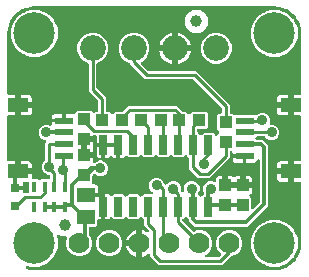
<source format=gbr>
G04 EAGLE Gerber RS-274X export*
G75*
%MOMM*%
%FSLAX34Y34*%
%LPD*%
%INTop Copper*%
%IPPOS*%
%AMOC8*
5,1,8,0,0,1.08239X$1,22.5*%
G01*
%ADD10R,1.500000X1.240000*%
%ADD11R,1.000000X1.075000*%
%ADD12R,0.450000X0.900000*%
%ADD13C,1.778000*%
%ADD14C,3.516000*%
%ADD15R,1.550000X0.600000*%
%ADD16R,1.800000X1.200000*%
%ADD17C,1.000000*%
%ADD18R,0.800000X0.800000*%
%ADD19R,0.635000X1.651000*%
%ADD20R,1.075000X1.000000*%
%ADD21C,2.184400*%
%ADD22C,0.889000*%
%ADD23C,0.304800*%
%ADD24C,0.254000*%

G36*
X177187Y-38732D02*
X177187Y-38732D01*
X177265Y-38730D01*
X180642Y-38465D01*
X180710Y-38451D01*
X180779Y-38446D01*
X180935Y-38406D01*
X187359Y-36319D01*
X187466Y-36269D01*
X187577Y-36225D01*
X187628Y-36192D01*
X187647Y-36184D01*
X187662Y-36171D01*
X187713Y-36139D01*
X193177Y-32168D01*
X193264Y-32087D01*
X193311Y-32048D01*
X193317Y-32044D01*
X193318Y-32042D01*
X193356Y-32011D01*
X193394Y-31965D01*
X193409Y-31951D01*
X193420Y-31934D01*
X193458Y-31888D01*
X195151Y-29558D01*
X195164Y-29534D01*
X195181Y-29514D01*
X195240Y-29396D01*
X195304Y-29279D01*
X195311Y-29253D01*
X195323Y-29229D01*
X195350Y-29101D01*
X195364Y-29090D01*
X195388Y-29079D01*
X195490Y-28994D01*
X195596Y-28914D01*
X195613Y-28893D01*
X195633Y-28877D01*
X195736Y-28753D01*
X197429Y-26423D01*
X197486Y-26319D01*
X197550Y-26219D01*
X197572Y-26162D01*
X197582Y-26144D01*
X197587Y-26124D01*
X197609Y-26069D01*
X199696Y-19645D01*
X199709Y-19577D01*
X199732Y-19511D01*
X199755Y-19352D01*
X200020Y-15975D01*
X200020Y-15971D01*
X200021Y-15968D01*
X200020Y-15949D01*
X200024Y-15875D01*
X200024Y35215D01*
X200009Y35333D01*
X200002Y35452D01*
X199989Y35490D01*
X199984Y35531D01*
X199941Y35641D01*
X199904Y35754D01*
X199882Y35789D01*
X199867Y35826D01*
X199798Y35922D01*
X199734Y36023D01*
X199704Y36051D01*
X199681Y36084D01*
X199589Y36160D01*
X199502Y36241D01*
X199467Y36261D01*
X199436Y36286D01*
X199328Y36337D01*
X199224Y36395D01*
X199184Y36405D01*
X199148Y36422D01*
X199031Y36444D01*
X198916Y36474D01*
X198856Y36478D01*
X198836Y36482D01*
X198815Y36480D01*
X198755Y36484D01*
X193564Y36484D01*
X193564Y43755D01*
X193549Y43873D01*
X193542Y43992D01*
X193529Y44030D01*
X193524Y44070D01*
X193480Y44181D01*
X193444Y44294D01*
X193422Y44329D01*
X193407Y44366D01*
X193337Y44462D01*
X193274Y44563D01*
X193244Y44591D01*
X193220Y44623D01*
X193129Y44699D01*
X193042Y44781D01*
X193007Y44800D01*
X192975Y44826D01*
X192868Y44877D01*
X192764Y44934D01*
X192724Y44945D01*
X192688Y44962D01*
X192571Y44984D01*
X192456Y45014D01*
X192395Y45018D01*
X192375Y45022D01*
X192355Y45020D01*
X192295Y45024D01*
X191024Y45024D01*
X191024Y45026D01*
X192295Y45026D01*
X192413Y45041D01*
X192532Y45048D01*
X192570Y45061D01*
X192610Y45066D01*
X192721Y45110D01*
X192834Y45146D01*
X192869Y45168D01*
X192906Y45183D01*
X193002Y45253D01*
X193103Y45316D01*
X193131Y45346D01*
X193163Y45370D01*
X193239Y45461D01*
X193321Y45548D01*
X193340Y45583D01*
X193366Y45615D01*
X193417Y45722D01*
X193474Y45826D01*
X193485Y45866D01*
X193502Y45902D01*
X193524Y46019D01*
X193554Y46134D01*
X193558Y46195D01*
X193562Y46215D01*
X193561Y46222D01*
X193562Y46225D01*
X193561Y46240D01*
X193564Y46295D01*
X193564Y53566D01*
X198755Y53566D01*
X198873Y53581D01*
X198992Y53588D01*
X199030Y53600D01*
X199071Y53606D01*
X199181Y53649D01*
X199294Y53686D01*
X199329Y53708D01*
X199366Y53723D01*
X199462Y53792D01*
X199563Y53856D01*
X199591Y53886D01*
X199624Y53909D01*
X199700Y54001D01*
X199781Y54088D01*
X199801Y54123D01*
X199826Y54154D01*
X199877Y54262D01*
X199935Y54366D01*
X199945Y54406D01*
X199962Y54442D01*
X199984Y54559D01*
X200014Y54674D01*
X200018Y54734D01*
X200022Y54754D01*
X200020Y54775D01*
X200024Y54835D01*
X200024Y91215D01*
X200009Y91333D01*
X200002Y91452D01*
X199989Y91490D01*
X199984Y91531D01*
X199941Y91641D01*
X199904Y91754D01*
X199882Y91789D01*
X199867Y91826D01*
X199798Y91922D01*
X199734Y92023D01*
X199704Y92051D01*
X199681Y92084D01*
X199589Y92160D01*
X199502Y92241D01*
X199467Y92261D01*
X199436Y92286D01*
X199328Y92337D01*
X199224Y92395D01*
X199184Y92405D01*
X199148Y92422D01*
X199031Y92444D01*
X198916Y92474D01*
X198856Y92478D01*
X198836Y92482D01*
X198815Y92480D01*
X198755Y92484D01*
X193564Y92484D01*
X193564Y99755D01*
X193549Y99873D01*
X193542Y99992D01*
X193529Y100030D01*
X193524Y100070D01*
X193480Y100181D01*
X193444Y100294D01*
X193422Y100329D01*
X193407Y100366D01*
X193337Y100462D01*
X193274Y100563D01*
X193244Y100591D01*
X193220Y100623D01*
X193129Y100699D01*
X193042Y100781D01*
X193007Y100800D01*
X192975Y100826D01*
X192868Y100877D01*
X192764Y100934D01*
X192724Y100945D01*
X192688Y100962D01*
X192571Y100984D01*
X192456Y101014D01*
X192395Y101018D01*
X192375Y101022D01*
X192355Y101020D01*
X192295Y101024D01*
X191024Y101024D01*
X191024Y101026D01*
X192295Y101026D01*
X192413Y101041D01*
X192532Y101048D01*
X192570Y101061D01*
X192610Y101066D01*
X192721Y101110D01*
X192834Y101146D01*
X192869Y101168D01*
X192906Y101183D01*
X193002Y101253D01*
X193103Y101316D01*
X193131Y101346D01*
X193163Y101370D01*
X193239Y101461D01*
X193321Y101548D01*
X193340Y101583D01*
X193366Y101615D01*
X193417Y101722D01*
X193474Y101826D01*
X193485Y101866D01*
X193502Y101902D01*
X193524Y102019D01*
X193554Y102134D01*
X193558Y102195D01*
X193562Y102215D01*
X193560Y102235D01*
X193564Y102295D01*
X193564Y109566D01*
X198755Y109566D01*
X198873Y109581D01*
X198992Y109588D01*
X199030Y109600D01*
X199071Y109606D01*
X199181Y109649D01*
X199294Y109686D01*
X199329Y109708D01*
X199366Y109723D01*
X199462Y109792D01*
X199563Y109856D01*
X199591Y109886D01*
X199624Y109909D01*
X199700Y110001D01*
X199781Y110088D01*
X199801Y110123D01*
X199826Y110154D01*
X199877Y110262D01*
X199935Y110366D01*
X199945Y110406D01*
X199962Y110442D01*
X199984Y110559D01*
X200014Y110674D01*
X200018Y110734D01*
X200022Y110754D01*
X200020Y110775D01*
X200024Y110835D01*
X200024Y161925D01*
X200022Y161947D01*
X200020Y162025D01*
X199755Y165402D01*
X199741Y165470D01*
X199736Y165539D01*
X199696Y165695D01*
X197609Y172119D01*
X197558Y172226D01*
X197515Y172337D01*
X197482Y172388D01*
X197474Y172407D01*
X197461Y172422D01*
X197429Y172473D01*
X195736Y174802D01*
X195718Y174822D01*
X195704Y174845D01*
X195609Y174938D01*
X195518Y175034D01*
X195496Y175049D01*
X195477Y175067D01*
X195363Y175133D01*
X195357Y175149D01*
X195354Y175176D01*
X195305Y175300D01*
X195262Y175425D01*
X195247Y175447D01*
X195237Y175472D01*
X195151Y175608D01*
X193458Y177938D01*
X193377Y178024D01*
X193301Y178116D01*
X193255Y178154D01*
X193241Y178169D01*
X193223Y178180D01*
X193177Y178218D01*
X187713Y182189D01*
X187609Y182246D01*
X187509Y182310D01*
X187452Y182332D01*
X187434Y182342D01*
X187414Y182347D01*
X187359Y182369D01*
X180935Y184456D01*
X180867Y184469D01*
X180801Y184492D01*
X180642Y184515D01*
X177265Y184780D01*
X177243Y184779D01*
X177165Y184784D01*
X-26035Y184784D01*
X-26057Y184782D01*
X-26135Y184780D01*
X-29512Y184515D01*
X-29580Y184501D01*
X-29649Y184496D01*
X-29805Y184456D01*
X-32543Y183566D01*
X-32568Y183555D01*
X-32594Y183549D01*
X-32711Y183488D01*
X-32831Y183431D01*
X-32852Y183414D01*
X-32875Y183402D01*
X-32973Y183314D01*
X-32990Y183313D01*
X-33017Y183318D01*
X-33149Y183310D01*
X-33282Y183308D01*
X-33308Y183300D01*
X-33334Y183299D01*
X-33490Y183259D01*
X-36229Y182369D01*
X-36336Y182319D01*
X-36447Y182275D01*
X-36498Y182242D01*
X-36517Y182234D01*
X-36532Y182221D01*
X-36583Y182189D01*
X-42047Y178218D01*
X-42134Y178137D01*
X-42226Y178061D01*
X-42264Y178015D01*
X-42279Y178001D01*
X-42290Y177983D01*
X-42328Y177937D01*
X-46299Y172473D01*
X-46356Y172369D01*
X-46420Y172269D01*
X-46442Y172212D01*
X-46452Y172194D01*
X-46457Y172174D01*
X-46479Y172119D01*
X-48566Y165695D01*
X-48579Y165627D01*
X-48602Y165561D01*
X-48625Y165402D01*
X-48890Y162025D01*
X-48889Y162003D01*
X-48894Y161925D01*
X-48894Y110835D01*
X-48879Y110717D01*
X-48872Y110598D01*
X-48859Y110560D01*
X-48854Y110519D01*
X-48811Y110409D01*
X-48774Y110296D01*
X-48752Y110261D01*
X-48737Y110224D01*
X-48667Y110127D01*
X-48604Y110027D01*
X-48574Y109999D01*
X-48551Y109966D01*
X-48459Y109890D01*
X-48372Y109809D01*
X-48337Y109789D01*
X-48306Y109764D01*
X-48198Y109713D01*
X-48094Y109655D01*
X-48054Y109645D01*
X-48018Y109628D01*
X-47901Y109606D01*
X-47786Y109576D01*
X-47726Y109572D01*
X-47706Y109568D01*
X-47685Y109570D01*
X-47625Y109566D01*
X-42434Y109566D01*
X-42434Y102295D01*
X-42419Y102177D01*
X-42412Y102058D01*
X-42399Y102020D01*
X-42394Y101980D01*
X-42350Y101869D01*
X-42314Y101756D01*
X-42292Y101721D01*
X-42277Y101684D01*
X-42207Y101588D01*
X-42144Y101487D01*
X-42114Y101459D01*
X-42090Y101427D01*
X-41999Y101351D01*
X-41912Y101269D01*
X-41877Y101250D01*
X-41845Y101224D01*
X-41738Y101173D01*
X-41634Y101116D01*
X-41594Y101105D01*
X-41558Y101088D01*
X-41441Y101066D01*
X-41326Y101036D01*
X-41265Y101032D01*
X-41245Y101028D01*
X-41225Y101030D01*
X-41165Y101026D01*
X-39894Y101026D01*
X-39894Y101024D01*
X-41165Y101024D01*
X-41283Y101009D01*
X-41402Y101002D01*
X-41440Y100989D01*
X-41480Y100984D01*
X-41591Y100940D01*
X-41704Y100904D01*
X-41739Y100882D01*
X-41776Y100867D01*
X-41872Y100797D01*
X-41973Y100734D01*
X-42001Y100704D01*
X-42033Y100680D01*
X-42109Y100589D01*
X-42191Y100502D01*
X-42210Y100467D01*
X-42236Y100435D01*
X-42287Y100328D01*
X-42344Y100224D01*
X-42355Y100184D01*
X-42372Y100148D01*
X-42394Y100031D01*
X-42424Y99916D01*
X-42428Y99855D01*
X-42432Y99835D01*
X-42430Y99815D01*
X-42434Y99755D01*
X-42434Y92484D01*
X-47625Y92484D01*
X-47743Y92469D01*
X-47862Y92462D01*
X-47900Y92449D01*
X-47941Y92444D01*
X-48051Y92401D01*
X-48164Y92364D01*
X-48199Y92342D01*
X-48236Y92327D01*
X-48332Y92258D01*
X-48433Y92194D01*
X-48461Y92164D01*
X-48494Y92141D01*
X-48570Y92049D01*
X-48651Y91962D01*
X-48671Y91927D01*
X-48696Y91896D01*
X-48747Y91788D01*
X-48805Y91684D01*
X-48815Y91644D01*
X-48832Y91608D01*
X-48854Y91491D01*
X-48884Y91376D01*
X-48888Y91316D01*
X-48892Y91296D01*
X-48890Y91275D01*
X-48894Y91215D01*
X-48894Y54835D01*
X-48879Y54717D01*
X-48872Y54598D01*
X-48859Y54560D01*
X-48854Y54519D01*
X-48811Y54409D01*
X-48774Y54296D01*
X-48752Y54261D01*
X-48737Y54224D01*
X-48667Y54127D01*
X-48604Y54027D01*
X-48574Y53999D01*
X-48551Y53966D01*
X-48459Y53890D01*
X-48372Y53809D01*
X-48337Y53789D01*
X-48306Y53764D01*
X-48198Y53713D01*
X-48094Y53655D01*
X-48054Y53645D01*
X-48018Y53628D01*
X-47901Y53606D01*
X-47786Y53576D01*
X-47726Y53572D01*
X-47706Y53568D01*
X-47685Y53570D01*
X-47625Y53566D01*
X-42434Y53566D01*
X-42434Y46295D01*
X-42419Y46177D01*
X-42412Y46058D01*
X-42399Y46020D01*
X-42394Y45980D01*
X-42350Y45869D01*
X-42314Y45756D01*
X-42292Y45721D01*
X-42277Y45684D01*
X-42207Y45588D01*
X-42144Y45487D01*
X-42114Y45459D01*
X-42090Y45427D01*
X-41999Y45351D01*
X-41912Y45269D01*
X-41877Y45250D01*
X-41845Y45224D01*
X-41738Y45173D01*
X-41634Y45116D01*
X-41594Y45105D01*
X-41558Y45088D01*
X-41441Y45066D01*
X-41326Y45036D01*
X-41265Y45032D01*
X-41245Y45028D01*
X-41225Y45030D01*
X-41165Y45026D01*
X-39894Y45026D01*
X-39894Y43755D01*
X-39879Y43637D01*
X-39872Y43518D01*
X-39859Y43480D01*
X-39854Y43440D01*
X-39810Y43329D01*
X-39774Y43216D01*
X-39752Y43181D01*
X-39737Y43144D01*
X-39667Y43048D01*
X-39604Y42947D01*
X-39574Y42919D01*
X-39550Y42886D01*
X-39459Y42811D01*
X-39372Y42729D01*
X-39337Y42709D01*
X-39305Y42684D01*
X-39198Y42633D01*
X-39094Y42575D01*
X-39054Y42565D01*
X-39018Y42548D01*
X-38901Y42526D01*
X-38786Y42496D01*
X-38725Y42492D01*
X-38705Y42488D01*
X-38685Y42490D01*
X-38625Y42486D01*
X-28354Y42486D01*
X-28354Y39797D01*
X-28339Y39679D01*
X-28332Y39560D01*
X-28319Y39522D01*
X-28314Y39481D01*
X-28271Y39371D01*
X-28234Y39258D01*
X-28212Y39223D01*
X-28197Y39186D01*
X-28128Y39090D01*
X-28064Y38989D01*
X-28034Y38961D01*
X-28011Y38928D01*
X-27919Y38852D01*
X-27832Y38771D01*
X-27797Y38751D01*
X-27766Y38726D01*
X-27658Y38675D01*
X-27554Y38617D01*
X-27514Y38607D01*
X-27478Y38590D01*
X-27361Y38568D01*
X-27246Y38538D01*
X-27186Y38534D01*
X-27166Y38530D01*
X-27145Y38532D01*
X-27085Y38528D01*
X-23243Y38528D01*
X-22733Y38017D01*
X-22639Y37944D01*
X-22549Y37865D01*
X-22513Y37847D01*
X-22481Y37822D01*
X-22372Y37775D01*
X-22266Y37721D01*
X-22227Y37712D01*
X-22189Y37696D01*
X-22072Y37677D01*
X-21956Y37651D01*
X-21915Y37652D01*
X-21875Y37646D01*
X-21757Y37657D01*
X-21638Y37661D01*
X-21599Y37672D01*
X-21559Y37676D01*
X-21447Y37716D01*
X-21332Y37749D01*
X-21297Y37770D01*
X-21259Y37783D01*
X-21161Y37850D01*
X-21058Y37911D01*
X-21013Y37951D01*
X-20996Y37962D01*
X-20983Y37977D01*
X-20938Y38017D01*
X-20427Y38528D01*
X-13907Y38528D01*
X-13789Y38543D01*
X-13670Y38550D01*
X-13632Y38563D01*
X-13591Y38568D01*
X-13481Y38611D01*
X-13368Y38648D01*
X-13333Y38670D01*
X-13296Y38685D01*
X-13200Y38754D01*
X-13099Y38818D01*
X-13071Y38848D01*
X-13038Y38871D01*
X-12962Y38963D01*
X-12881Y39050D01*
X-12861Y39085D01*
X-12836Y39116D01*
X-12785Y39224D01*
X-12727Y39328D01*
X-12717Y39368D01*
X-12700Y39404D01*
X-12678Y39521D01*
X-12648Y39636D01*
X-12644Y39696D01*
X-12640Y39716D01*
X-12642Y39737D01*
X-12638Y39797D01*
X-12638Y41148D01*
X-12653Y41266D01*
X-12660Y41385D01*
X-12673Y41423D01*
X-12678Y41464D01*
X-12721Y41574D01*
X-12758Y41687D01*
X-12780Y41722D01*
X-12795Y41759D01*
X-12864Y41855D01*
X-12928Y41956D01*
X-12958Y41984D01*
X-12981Y42017D01*
X-13073Y42093D01*
X-13160Y42174D01*
X-13195Y42194D01*
X-13226Y42219D01*
X-13334Y42270D01*
X-13438Y42328D01*
X-13478Y42338D01*
X-13514Y42355D01*
X-13631Y42377D01*
X-13746Y42407D01*
X-13806Y42411D01*
X-13826Y42415D01*
X-13847Y42413D01*
X-13907Y42417D01*
X-14624Y42417D01*
X-17004Y43403D01*
X-18827Y45226D01*
X-19813Y47606D01*
X-19813Y50184D01*
X-18827Y52564D01*
X-17009Y54381D01*
X-16949Y54460D01*
X-16881Y54532D01*
X-16852Y54585D01*
X-16815Y54633D01*
X-16775Y54724D01*
X-16727Y54810D01*
X-16712Y54869D01*
X-16688Y54925D01*
X-16673Y55023D01*
X-16648Y55118D01*
X-16642Y55218D01*
X-16638Y55239D01*
X-16640Y55251D01*
X-16638Y55279D01*
X-16638Y69313D01*
X-16490Y69460D01*
X-16405Y69570D01*
X-16316Y69677D01*
X-16308Y69696D01*
X-16295Y69712D01*
X-16240Y69840D01*
X-16181Y69965D01*
X-16177Y69985D01*
X-16169Y70004D01*
X-16147Y70142D01*
X-16121Y70278D01*
X-16122Y70298D01*
X-16119Y70318D01*
X-16132Y70457D01*
X-16141Y70595D01*
X-16147Y70614D01*
X-16149Y70634D01*
X-16196Y70765D01*
X-16239Y70897D01*
X-16250Y70915D01*
X-16257Y70934D01*
X-16334Y71048D01*
X-16409Y71166D01*
X-16424Y71180D01*
X-16435Y71197D01*
X-16539Y71289D01*
X-16641Y71384D01*
X-16658Y71394D01*
X-16674Y71407D01*
X-16797Y71470D01*
X-16919Y71538D01*
X-16939Y71543D01*
X-16957Y71552D01*
X-17011Y71564D01*
X-19544Y72613D01*
X-21367Y74436D01*
X-22353Y76816D01*
X-22353Y79394D01*
X-21367Y81774D01*
X-19544Y83597D01*
X-17164Y84583D01*
X-14586Y84583D01*
X-12941Y83901D01*
X-12893Y83888D01*
X-12848Y83867D01*
X-12740Y83846D01*
X-12634Y83817D01*
X-12584Y83816D01*
X-12535Y83807D01*
X-12426Y83814D01*
X-12316Y83812D01*
X-12268Y83824D01*
X-12218Y83827D01*
X-12114Y83861D01*
X-12007Y83886D01*
X-11963Y83909D01*
X-11916Y83925D01*
X-11823Y83984D01*
X-11726Y84035D01*
X-11689Y84068D01*
X-11647Y84095D01*
X-11572Y84175D01*
X-11490Y84249D01*
X-11463Y84290D01*
X-11429Y84327D01*
X-11376Y84423D01*
X-11316Y84515D01*
X-11299Y84562D01*
X-11275Y84605D01*
X-11248Y84711D01*
X-11212Y84815D01*
X-11208Y84865D01*
X-11196Y84913D01*
X-11186Y85074D01*
X-11186Y86526D01*
X-1125Y86526D01*
X-1007Y86541D01*
X-888Y86548D01*
X-850Y86560D01*
X-810Y86566D01*
X-699Y86609D01*
X-586Y86646D01*
X-552Y86668D01*
X-514Y86683D01*
X-418Y86752D01*
X-317Y86816D01*
X-289Y86846D01*
X-257Y86869D01*
X-181Y86961D01*
X-99Y87048D01*
X-80Y87083D01*
X-54Y87114D01*
X-34Y87158D01*
X43Y87213D01*
X143Y87276D01*
X171Y87306D01*
X204Y87330D01*
X280Y87421D01*
X361Y87508D01*
X381Y87543D01*
X406Y87575D01*
X457Y87682D01*
X515Y87787D01*
X525Y87826D01*
X542Y87862D01*
X564Y87979D01*
X594Y88095D01*
X598Y88155D01*
X602Y88175D01*
X601Y88195D01*
X604Y88255D01*
X604Y93566D01*
X7190Y93566D01*
X7244Y93551D01*
X7369Y93534D01*
X7493Y93510D01*
X7526Y93512D01*
X7560Y93508D01*
X7685Y93522D01*
X7810Y93530D01*
X7842Y93540D01*
X7875Y93544D01*
X7993Y93589D01*
X8112Y93628D01*
X8141Y93646D01*
X8172Y93658D01*
X8275Y93731D01*
X8381Y93798D01*
X8404Y93823D01*
X8432Y93842D01*
X8513Y93938D01*
X8599Y94030D01*
X8615Y94059D01*
X8637Y94085D01*
X8692Y94198D01*
X8753Y94308D01*
X8761Y94341D01*
X8776Y94371D01*
X8801Y94495D01*
X8832Y94616D01*
X8835Y94665D01*
X8839Y94683D01*
X8838Y94705D01*
X8842Y94777D01*
X8842Y95362D01*
X10033Y96553D01*
X21717Y96553D01*
X23233Y95037D01*
X23327Y94964D01*
X23416Y94885D01*
X23452Y94867D01*
X23484Y94842D01*
X23593Y94795D01*
X23699Y94741D01*
X23738Y94732D01*
X23776Y94716D01*
X23893Y94697D01*
X24009Y94671D01*
X24050Y94672D01*
X24090Y94666D01*
X24209Y94677D01*
X24327Y94681D01*
X24366Y94692D01*
X24406Y94696D01*
X24519Y94736D01*
X24633Y94769D01*
X24668Y94790D01*
X24706Y94803D01*
X24804Y94870D01*
X24907Y94931D01*
X24952Y94971D01*
X24969Y94982D01*
X24982Y94997D01*
X25028Y95037D01*
X25288Y95298D01*
X26933Y95298D01*
X27051Y95313D01*
X27170Y95320D01*
X27208Y95333D01*
X27249Y95338D01*
X27359Y95381D01*
X27472Y95418D01*
X27507Y95440D01*
X27544Y95455D01*
X27640Y95524D01*
X27741Y95588D01*
X27769Y95618D01*
X27802Y95641D01*
X27878Y95733D01*
X27959Y95820D01*
X27979Y95855D01*
X28004Y95886D01*
X28055Y95994D01*
X28113Y96098D01*
X28123Y96138D01*
X28140Y96174D01*
X28162Y96291D01*
X28192Y96406D01*
X28196Y96466D01*
X28200Y96486D01*
X28198Y96507D01*
X28202Y96567D01*
X28202Y104151D01*
X28190Y104249D01*
X28187Y104348D01*
X28170Y104407D01*
X28162Y104467D01*
X28126Y104559D01*
X28098Y104654D01*
X28068Y104706D01*
X28045Y104762D01*
X27987Y104842D01*
X27937Y104928D01*
X27871Y105003D01*
X27859Y105020D01*
X27849Y105028D01*
X27831Y105049D01*
X19972Y112907D01*
X19972Y135723D01*
X19969Y135752D01*
X19971Y135782D01*
X19949Y135910D01*
X19932Y136038D01*
X19922Y136066D01*
X19917Y136095D01*
X19863Y136213D01*
X19815Y136334D01*
X19798Y136358D01*
X19786Y136385D01*
X19705Y136486D01*
X19629Y136591D01*
X19606Y136610D01*
X19587Y136633D01*
X19484Y136711D01*
X19384Y136794D01*
X19357Y136807D01*
X19333Y136825D01*
X19189Y136895D01*
X15937Y138242D01*
X12292Y141887D01*
X10320Y146648D01*
X10320Y151802D01*
X12292Y156563D01*
X15937Y160208D01*
X20698Y162180D01*
X25852Y162180D01*
X30613Y160208D01*
X34258Y156563D01*
X36230Y151802D01*
X36230Y146648D01*
X34258Y141887D01*
X30613Y138242D01*
X27361Y136895D01*
X27336Y136881D01*
X27308Y136872D01*
X27198Y136802D01*
X27085Y136738D01*
X27064Y136717D01*
X27039Y136702D01*
X26950Y136607D01*
X26857Y136517D01*
X26841Y136491D01*
X26821Y136470D01*
X26758Y136356D01*
X26690Y136246D01*
X26682Y136217D01*
X26667Y136191D01*
X26635Y136066D01*
X26597Y135942D01*
X26595Y135912D01*
X26588Y135884D01*
X26578Y135723D01*
X26578Y116169D01*
X26590Y116071D01*
X26593Y115972D01*
X26610Y115913D01*
X26618Y115853D01*
X26654Y115761D01*
X26682Y115666D01*
X26712Y115614D01*
X26735Y115558D01*
X26793Y115478D01*
X26843Y115392D01*
X26909Y115317D01*
X26921Y115300D01*
X26931Y115292D01*
X26949Y115271D01*
X34808Y107413D01*
X34808Y96567D01*
X34823Y96449D01*
X34830Y96330D01*
X34843Y96292D01*
X34848Y96251D01*
X34891Y96141D01*
X34928Y96028D01*
X34950Y95993D01*
X34965Y95956D01*
X35034Y95860D01*
X35098Y95759D01*
X35128Y95731D01*
X35151Y95698D01*
X35243Y95622D01*
X35330Y95541D01*
X35365Y95521D01*
X35396Y95496D01*
X35504Y95445D01*
X35608Y95387D01*
X35648Y95377D01*
X35684Y95360D01*
X35801Y95338D01*
X35916Y95308D01*
X35976Y95304D01*
X35996Y95300D01*
X36017Y95302D01*
X36077Y95298D01*
X37722Y95298D01*
X39108Y93912D01*
X39202Y93839D01*
X39291Y93760D01*
X39327Y93742D01*
X39359Y93717D01*
X39468Y93670D01*
X39574Y93616D01*
X39613Y93607D01*
X39651Y93591D01*
X39768Y93572D01*
X39884Y93546D01*
X39925Y93547D01*
X39965Y93541D01*
X40083Y93552D01*
X40202Y93556D01*
X40241Y93567D01*
X40281Y93571D01*
X40393Y93611D01*
X40508Y93644D01*
X40543Y93665D01*
X40581Y93678D01*
X40679Y93745D01*
X40782Y93806D01*
X40827Y93846D01*
X40844Y93857D01*
X40857Y93872D01*
X40903Y93912D01*
X42288Y95298D01*
X47801Y95298D01*
X47899Y95310D01*
X47998Y95313D01*
X48057Y95330D01*
X48117Y95338D01*
X48209Y95374D01*
X48304Y95402D01*
X48356Y95432D01*
X48412Y95455D01*
X48492Y95513D01*
X48578Y95563D01*
X48653Y95629D01*
X48670Y95641D01*
X48678Y95651D01*
X48699Y95669D01*
X53487Y100458D01*
X94713Y100458D01*
X99501Y95669D01*
X99580Y95609D01*
X99652Y95541D01*
X99705Y95512D01*
X99753Y95475D01*
X99844Y95435D01*
X99930Y95387D01*
X99989Y95372D01*
X100044Y95348D01*
X100142Y95333D01*
X100238Y95308D01*
X100338Y95302D01*
X100359Y95298D01*
X100371Y95300D01*
X100399Y95298D01*
X102492Y95298D01*
X103877Y93912D01*
X103972Y93839D01*
X104061Y93760D01*
X104097Y93742D01*
X104129Y93717D01*
X104238Y93670D01*
X104344Y93616D01*
X104383Y93607D01*
X104421Y93591D01*
X104538Y93572D01*
X104654Y93546D01*
X104695Y93547D01*
X104735Y93541D01*
X104853Y93552D01*
X104972Y93556D01*
X105011Y93567D01*
X105051Y93571D01*
X105164Y93611D01*
X105278Y93644D01*
X105312Y93665D01*
X105351Y93678D01*
X105449Y93745D01*
X105552Y93806D01*
X105597Y93846D01*
X105614Y93857D01*
X105627Y93872D01*
X105672Y93912D01*
X107058Y95298D01*
X119492Y95298D01*
X120683Y94107D01*
X120683Y82423D01*
X119492Y81232D01*
X113157Y81232D01*
X113039Y81217D01*
X112920Y81210D01*
X112882Y81197D01*
X112841Y81192D01*
X112731Y81149D01*
X112618Y81112D01*
X112583Y81090D01*
X112546Y81075D01*
X112450Y81006D01*
X112349Y80942D01*
X112321Y80912D01*
X112288Y80889D01*
X112212Y80797D01*
X112131Y80710D01*
X112111Y80675D01*
X112086Y80644D01*
X112035Y80536D01*
X111977Y80432D01*
X111967Y80392D01*
X111950Y80356D01*
X111928Y80239D01*
X111898Y80124D01*
X111894Y80064D01*
X111890Y80044D01*
X111892Y80023D01*
X111888Y79963D01*
X111888Y78803D01*
X111900Y78705D01*
X111903Y78606D01*
X111920Y78547D01*
X111928Y78487D01*
X111964Y78395D01*
X111992Y78300D01*
X112022Y78248D01*
X112045Y78192D01*
X112103Y78111D01*
X112153Y78026D01*
X112219Y77951D01*
X112231Y77934D01*
X112241Y77926D01*
X112259Y77905D01*
X114037Y76127D01*
X114132Y76054D01*
X114221Y75975D01*
X114257Y75957D01*
X114289Y75932D01*
X114398Y75885D01*
X114504Y75831D01*
X114543Y75822D01*
X114581Y75806D01*
X114698Y75787D01*
X114814Y75761D01*
X114855Y75762D01*
X114895Y75756D01*
X115013Y75767D01*
X115132Y75771D01*
X115171Y75782D01*
X115211Y75786D01*
X115324Y75826D01*
X115438Y75859D01*
X115472Y75880D01*
X115511Y75893D01*
X115609Y75960D01*
X115712Y76021D01*
X115757Y76061D01*
X115774Y76072D01*
X115787Y76087D01*
X115832Y76127D01*
X117268Y77563D01*
X125302Y77563D01*
X126513Y76352D01*
X126523Y76245D01*
X126530Y76226D01*
X126533Y76206D01*
X126584Y76077D01*
X126631Y75946D01*
X126642Y75929D01*
X126650Y75910D01*
X126731Y75798D01*
X126809Y75683D01*
X126825Y75670D01*
X126836Y75653D01*
X126944Y75564D01*
X127048Y75472D01*
X127066Y75463D01*
X127081Y75450D01*
X127207Y75391D01*
X127331Y75328D01*
X127351Y75323D01*
X127369Y75315D01*
X127505Y75289D01*
X127641Y75258D01*
X127662Y75259D01*
X127681Y75255D01*
X127820Y75264D01*
X127959Y75268D01*
X127979Y75273D01*
X127999Y75275D01*
X128131Y75318D01*
X128265Y75356D01*
X128282Y75367D01*
X128301Y75373D01*
X128419Y75447D01*
X128539Y75518D01*
X128560Y75536D01*
X128570Y75543D01*
X128584Y75558D01*
X128659Y75624D01*
X130243Y77207D01*
X130316Y77302D01*
X130395Y77391D01*
X130413Y77427D01*
X130438Y77459D01*
X130485Y77568D01*
X130539Y77674D01*
X130548Y77713D01*
X130564Y77751D01*
X130583Y77868D01*
X130609Y77984D01*
X130608Y78025D01*
X130614Y78065D01*
X130603Y78183D01*
X130599Y78302D01*
X130588Y78341D01*
X130584Y78381D01*
X130544Y78494D01*
X130511Y78608D01*
X130490Y78642D01*
X130477Y78681D01*
X130410Y78779D01*
X130349Y78882D01*
X130309Y78927D01*
X130298Y78944D01*
X130283Y78957D01*
X130243Y79002D01*
X128857Y80388D01*
X128857Y92822D01*
X130048Y94013D01*
X131318Y94013D01*
X131436Y94028D01*
X131555Y94035D01*
X131593Y94048D01*
X131634Y94053D01*
X131744Y94096D01*
X131857Y94133D01*
X131892Y94155D01*
X131929Y94170D01*
X132025Y94239D01*
X132126Y94303D01*
X132154Y94333D01*
X132187Y94356D01*
X132263Y94448D01*
X132344Y94535D01*
X132364Y94570D01*
X132389Y94601D01*
X132440Y94709D01*
X132498Y94813D01*
X132508Y94853D01*
X132525Y94889D01*
X132547Y95006D01*
X132577Y95121D01*
X132581Y95181D01*
X132585Y95201D01*
X132583Y95222D01*
X132587Y95282D01*
X132587Y98436D01*
X132575Y98534D01*
X132572Y98633D01*
X132555Y98692D01*
X132547Y98752D01*
X132511Y98844D01*
X132483Y98939D01*
X132453Y98991D01*
X132430Y99047D01*
X132372Y99127D01*
X132322Y99213D01*
X132256Y99288D01*
X132244Y99305D01*
X132234Y99313D01*
X132216Y99334D01*
X108859Y122691D01*
X108780Y122751D01*
X108708Y122819D01*
X108655Y122848D01*
X108607Y122885D01*
X108516Y122925D01*
X108430Y122973D01*
X108371Y122988D01*
X108316Y123012D01*
X108218Y123027D01*
X108122Y123052D01*
X108022Y123058D01*
X108001Y123062D01*
X107989Y123060D01*
X107961Y123062D01*
X67847Y123062D01*
X54941Y135968D01*
X54932Y136038D01*
X54922Y136066D01*
X54917Y136095D01*
X54863Y136213D01*
X54815Y136334D01*
X54798Y136358D01*
X54786Y136385D01*
X54705Y136486D01*
X54629Y136591D01*
X54606Y136610D01*
X54587Y136633D01*
X54484Y136711D01*
X54384Y136794D01*
X54357Y136807D01*
X54333Y136825D01*
X54189Y136895D01*
X50937Y138242D01*
X47292Y141887D01*
X45320Y146648D01*
X45320Y151802D01*
X47292Y156563D01*
X50937Y160208D01*
X55698Y162180D01*
X60852Y162180D01*
X65613Y160208D01*
X69258Y156563D01*
X71230Y151802D01*
X71230Y146648D01*
X69258Y141887D01*
X65613Y138242D01*
X64819Y137914D01*
X64776Y137889D01*
X64729Y137872D01*
X64638Y137810D01*
X64543Y137756D01*
X64507Y137721D01*
X64466Y137694D01*
X64393Y137611D01*
X64314Y137535D01*
X64288Y137492D01*
X64256Y137455D01*
X64206Y137357D01*
X64148Y137264D01*
X64134Y137216D01*
X64111Y137172D01*
X64087Y137065D01*
X64055Y136960D01*
X64052Y136910D01*
X64041Y136862D01*
X64045Y136752D01*
X64039Y136642D01*
X64049Y136593D01*
X64051Y136544D01*
X64082Y136438D01*
X64104Y136331D01*
X64126Y136286D01*
X64139Y136238D01*
X64195Y136144D01*
X64243Y136045D01*
X64276Y136007D01*
X64301Y135964D01*
X64407Y135843D01*
X70211Y130039D01*
X70290Y129979D01*
X70362Y129911D01*
X70415Y129882D01*
X70463Y129845D01*
X70554Y129805D01*
X70640Y129757D01*
X70699Y129742D01*
X70754Y129718D01*
X70852Y129703D01*
X70948Y129678D01*
X71048Y129672D01*
X71069Y129668D01*
X71081Y129670D01*
X71109Y129668D01*
X111223Y129668D01*
X139193Y101698D01*
X139193Y95282D01*
X139208Y95164D01*
X139215Y95045D01*
X139228Y95007D01*
X139233Y94966D01*
X139276Y94856D01*
X139313Y94743D01*
X139335Y94708D01*
X139350Y94671D01*
X139419Y94575D01*
X139483Y94474D01*
X139513Y94446D01*
X139536Y94413D01*
X139628Y94337D01*
X139715Y94256D01*
X139750Y94236D01*
X139781Y94211D01*
X139889Y94160D01*
X139993Y94102D01*
X140033Y94092D01*
X140069Y94075D01*
X140186Y94053D01*
X140301Y94023D01*
X140361Y94019D01*
X140381Y94015D01*
X140402Y94017D01*
X140462Y94013D01*
X141732Y94013D01*
X142315Y93429D01*
X142394Y93369D01*
X142466Y93301D01*
X142519Y93272D01*
X142567Y93235D01*
X142657Y93195D01*
X142744Y93147D01*
X142803Y93132D01*
X142858Y93108D01*
X142956Y93093D01*
X143052Y93068D01*
X143152Y93062D01*
X143172Y93058D01*
X143185Y93060D01*
X143213Y93058D01*
X160617Y93058D01*
X160729Y92945D01*
X160824Y92872D01*
X160913Y92794D01*
X160949Y92775D01*
X160981Y92750D01*
X161090Y92703D01*
X161196Y92649D01*
X161235Y92640D01*
X161273Y92624D01*
X161390Y92605D01*
X161506Y92579D01*
X161547Y92581D01*
X161587Y92574D01*
X161705Y92585D01*
X161824Y92589D01*
X161863Y92600D01*
X161903Y92604D01*
X162015Y92644D01*
X162130Y92677D01*
X162164Y92698D01*
X162203Y92712D01*
X162301Y92778D01*
X162404Y92839D01*
X162449Y92879D01*
X162466Y92890D01*
X162479Y92906D01*
X162524Y92945D01*
X163336Y93757D01*
X165716Y94743D01*
X168294Y94743D01*
X170674Y93757D01*
X172497Y91934D01*
X173483Y89554D01*
X173483Y86976D01*
X173218Y86338D01*
X173205Y86290D01*
X173184Y86245D01*
X173163Y86137D01*
X173134Y86031D01*
X173133Y85981D01*
X173124Y85932D01*
X173131Y85823D01*
X173129Y85713D01*
X173141Y85665D01*
X173144Y85615D01*
X173178Y85511D01*
X173203Y85404D01*
X173227Y85360D01*
X173242Y85313D01*
X173301Y85220D01*
X173352Y85123D01*
X173385Y85086D01*
X173412Y85044D01*
X173492Y84969D01*
X173566Y84887D01*
X173607Y84860D01*
X173644Y84826D01*
X173740Y84773D01*
X173832Y84713D01*
X173879Y84696D01*
X173922Y84672D01*
X174028Y84645D01*
X174132Y84609D01*
X174182Y84605D01*
X174230Y84593D01*
X174391Y84583D01*
X176041Y84583D01*
X178421Y83597D01*
X180244Y81774D01*
X181230Y79394D01*
X181230Y76816D01*
X180244Y74436D01*
X178421Y72613D01*
X176041Y71627D01*
X173463Y71627D01*
X171083Y72613D01*
X169346Y74351D01*
X169267Y74411D01*
X169195Y74479D01*
X169142Y74508D01*
X169094Y74545D01*
X169003Y74585D01*
X168917Y74633D01*
X168858Y74648D01*
X168802Y74672D01*
X168704Y74687D01*
X168609Y74712D01*
X168509Y74718D01*
X168488Y74722D01*
X168476Y74720D01*
X168448Y74722D01*
X162873Y74722D01*
X162775Y74710D01*
X162676Y74707D01*
X162617Y74690D01*
X162557Y74682D01*
X162465Y74646D01*
X162370Y74618D01*
X162318Y74588D01*
X162262Y74565D01*
X162181Y74507D01*
X162096Y74457D01*
X162021Y74391D01*
X162004Y74379D01*
X161996Y74369D01*
X161975Y74351D01*
X161547Y73922D01*
X161474Y73828D01*
X161395Y73739D01*
X161377Y73703D01*
X161352Y73671D01*
X161305Y73562D01*
X161251Y73456D01*
X161242Y73417D01*
X161226Y73379D01*
X161207Y73261D01*
X161181Y73146D01*
X161182Y73105D01*
X161176Y73065D01*
X161187Y72946D01*
X161191Y72828D01*
X161202Y72789D01*
X161206Y72749D01*
X161246Y72637D01*
X161279Y72522D01*
X161300Y72487D01*
X161313Y72449D01*
X161380Y72351D01*
X161441Y72248D01*
X161481Y72203D01*
X161492Y72186D01*
X161507Y72173D01*
X161547Y72127D01*
X161721Y71953D01*
X161799Y71893D01*
X161872Y71825D01*
X161925Y71796D01*
X161973Y71758D01*
X162064Y71719D01*
X162150Y71671D01*
X162209Y71656D01*
X162264Y71632D01*
X162362Y71617D01*
X162458Y71592D01*
X162558Y71586D01*
X162579Y71582D01*
X162591Y71584D01*
X162619Y71582D01*
X167128Y71582D01*
X171832Y66878D01*
X171832Y15672D01*
X154508Y-1652D01*
X109652Y-1652D01*
X107484Y517D01*
X105028Y2972D01*
X105028Y4001D01*
X105016Y4099D01*
X105013Y4199D01*
X104996Y4257D01*
X104988Y4317D01*
X104952Y4409D01*
X104924Y4504D01*
X104894Y4556D01*
X104871Y4613D01*
X104813Y4693D01*
X104763Y4778D01*
X104697Y4853D01*
X104685Y4870D01*
X104675Y4878D01*
X104657Y4899D01*
X103133Y6423D01*
X103038Y6496D01*
X102949Y6575D01*
X102913Y6593D01*
X102881Y6618D01*
X102772Y6665D01*
X102666Y6719D01*
X102627Y6728D01*
X102589Y6744D01*
X102472Y6763D01*
X102356Y6789D01*
X102315Y6788D01*
X102275Y6794D01*
X102157Y6783D01*
X102038Y6779D01*
X101999Y6768D01*
X101959Y6764D01*
X101846Y6724D01*
X101732Y6691D01*
X101698Y6670D01*
X101659Y6657D01*
X101561Y6590D01*
X101458Y6529D01*
X101413Y6489D01*
X101396Y6478D01*
X101383Y6463D01*
X101338Y6423D01*
X99585Y4671D01*
X99512Y4576D01*
X99433Y4487D01*
X99415Y4451D01*
X99390Y4419D01*
X99343Y4310D01*
X99289Y4204D01*
X99280Y4165D01*
X99264Y4127D01*
X99245Y4010D01*
X99219Y3894D01*
X99220Y3853D01*
X99214Y3813D01*
X99225Y3695D01*
X99229Y3576D01*
X99240Y3537D01*
X99244Y3497D01*
X99284Y3384D01*
X99317Y3270D01*
X99338Y3236D01*
X99352Y3197D01*
X99419Y3099D01*
X99479Y2996D01*
X99519Y2951D01*
X99530Y2934D01*
X99545Y2921D01*
X99585Y2876D01*
X108008Y-5547D01*
X108032Y-5566D01*
X108051Y-5588D01*
X108157Y-5663D01*
X108259Y-5742D01*
X108287Y-5754D01*
X108311Y-5771D01*
X108432Y-5817D01*
X108551Y-5869D01*
X108580Y-5873D01*
X108608Y-5884D01*
X108737Y-5898D01*
X108865Y-5919D01*
X108895Y-5916D01*
X108924Y-5919D01*
X109053Y-5901D01*
X109182Y-5889D01*
X109210Y-5879D01*
X109239Y-5875D01*
X109391Y-5823D01*
X111492Y-4952D01*
X115838Y-4952D01*
X119852Y-6615D01*
X122925Y-9688D01*
X124588Y-13702D01*
X124588Y-18048D01*
X122925Y-22062D01*
X119852Y-25135D01*
X119284Y-25370D01*
X119223Y-25405D01*
X119158Y-25431D01*
X119085Y-25483D01*
X119007Y-25528D01*
X118957Y-25576D01*
X118901Y-25617D01*
X118843Y-25687D01*
X118779Y-25749D01*
X118742Y-25809D01*
X118698Y-25862D01*
X118660Y-25944D01*
X118613Y-26020D01*
X118592Y-26087D01*
X118562Y-26150D01*
X118545Y-26238D01*
X118519Y-26324D01*
X118516Y-26394D01*
X118503Y-26463D01*
X118508Y-26552D01*
X118504Y-26642D01*
X118518Y-26710D01*
X118522Y-26780D01*
X118550Y-26865D01*
X118568Y-26953D01*
X118599Y-27016D01*
X118620Y-27082D01*
X118668Y-27158D01*
X118708Y-27239D01*
X118753Y-27292D01*
X118791Y-27351D01*
X118856Y-27413D01*
X118914Y-27481D01*
X118971Y-27521D01*
X119022Y-27569D01*
X119101Y-27612D01*
X119174Y-27664D01*
X119240Y-27689D01*
X119301Y-27723D01*
X119387Y-27745D01*
X119472Y-27777D01*
X119541Y-27785D01*
X119609Y-27802D01*
X119769Y-27812D01*
X129551Y-27812D01*
X129649Y-27800D01*
X129748Y-27797D01*
X129807Y-27780D01*
X129867Y-27772D01*
X129959Y-27736D01*
X130054Y-27708D01*
X130106Y-27678D01*
X130162Y-27655D01*
X130242Y-27597D01*
X130328Y-27547D01*
X130403Y-27481D01*
X130420Y-27469D01*
X130428Y-27459D01*
X130449Y-27441D01*
X131919Y-25971D01*
X131992Y-25877D01*
X132070Y-25787D01*
X132089Y-25751D01*
X132114Y-25719D01*
X132161Y-25610D01*
X132215Y-25504D01*
X132224Y-25465D01*
X132240Y-25428D01*
X132259Y-25310D01*
X132285Y-25194D01*
X132283Y-25153D01*
X132290Y-25113D01*
X132279Y-24995D01*
X132275Y-24876D01*
X132264Y-24837D01*
X132260Y-24797D01*
X132220Y-24685D01*
X132187Y-24570D01*
X132166Y-24536D01*
X132152Y-24498D01*
X132085Y-24399D01*
X132025Y-24296D01*
X131985Y-24251D01*
X131974Y-24234D01*
X131958Y-24221D01*
X131919Y-24176D01*
X129805Y-22062D01*
X128142Y-18048D01*
X128142Y-13702D01*
X129805Y-9688D01*
X132878Y-6615D01*
X136892Y-4952D01*
X141238Y-4952D01*
X145252Y-6615D01*
X148325Y-9688D01*
X149988Y-13702D01*
X149988Y-18048D01*
X148325Y-22062D01*
X145252Y-25135D01*
X141238Y-26798D01*
X140959Y-26798D01*
X140861Y-26810D01*
X140762Y-26813D01*
X140703Y-26830D01*
X140643Y-26838D01*
X140551Y-26874D01*
X140456Y-26902D01*
X140404Y-26932D01*
X140348Y-26955D01*
X140267Y-27013D01*
X140182Y-27063D01*
X140107Y-27129D01*
X140090Y-27141D01*
X140082Y-27151D01*
X140061Y-27169D01*
X132813Y-34418D01*
X79277Y-34418D01*
X72262Y-27403D01*
X72262Y-25668D01*
X72257Y-25628D01*
X72260Y-25588D01*
X72237Y-25471D01*
X72222Y-25352D01*
X72208Y-25315D01*
X72200Y-25276D01*
X72149Y-25168D01*
X72105Y-25056D01*
X72082Y-25024D01*
X72065Y-24988D01*
X71989Y-24896D01*
X71919Y-24799D01*
X71888Y-24774D01*
X71863Y-24743D01*
X71766Y-24673D01*
X71674Y-24596D01*
X71638Y-24579D01*
X71605Y-24556D01*
X71494Y-24512D01*
X71386Y-24461D01*
X71347Y-24453D01*
X71310Y-24439D01*
X71191Y-24423D01*
X71074Y-24401D01*
X71034Y-24403D01*
X70994Y-24398D01*
X70876Y-24413D01*
X70756Y-24421D01*
X70718Y-24433D01*
X70679Y-24438D01*
X70567Y-24482D01*
X70454Y-24519D01*
X70420Y-24540D01*
X70383Y-24555D01*
X70247Y-24641D01*
X68856Y-25651D01*
X67253Y-26468D01*
X65542Y-27024D01*
X65364Y-27052D01*
X65364Y-17105D01*
X65349Y-16987D01*
X65342Y-16868D01*
X65329Y-16830D01*
X65324Y-16790D01*
X65281Y-16679D01*
X65244Y-16566D01*
X65222Y-16532D01*
X65207Y-16494D01*
X65138Y-16398D01*
X65074Y-16297D01*
X65044Y-16269D01*
X65021Y-16237D01*
X64929Y-16161D01*
X64842Y-16079D01*
X64807Y-16060D01*
X64776Y-16034D01*
X64668Y-15983D01*
X64564Y-15926D01*
X64524Y-15916D01*
X64488Y-15898D01*
X64381Y-15878D01*
X64411Y-15874D01*
X64521Y-15830D01*
X64634Y-15794D01*
X64669Y-15772D01*
X64706Y-15757D01*
X64802Y-15687D01*
X64903Y-15624D01*
X64931Y-15594D01*
X64964Y-15570D01*
X65040Y-15479D01*
X65121Y-15392D01*
X65141Y-15357D01*
X65166Y-15325D01*
X65217Y-15218D01*
X65275Y-15113D01*
X65285Y-15074D01*
X65302Y-15038D01*
X65324Y-14921D01*
X65354Y-14805D01*
X65358Y-14745D01*
X65362Y-14725D01*
X65360Y-14705D01*
X65362Y-14699D01*
X65361Y-14692D01*
X65364Y-14645D01*
X65364Y-4698D01*
X65542Y-4726D01*
X67253Y-5282D01*
X68856Y-6098D01*
X69309Y-6428D01*
X69362Y-6457D01*
X69409Y-6493D01*
X69500Y-6533D01*
X69588Y-6581D01*
X69646Y-6596D01*
X69701Y-6620D01*
X69799Y-6635D01*
X69896Y-6660D01*
X69956Y-6660D01*
X70015Y-6669D01*
X70114Y-6660D01*
X70214Y-6660D01*
X70272Y-6645D01*
X70331Y-6640D01*
X70425Y-6606D01*
X70522Y-6581D01*
X70574Y-6552D01*
X70631Y-6532D01*
X70713Y-6476D01*
X70801Y-6428D01*
X70844Y-6387D01*
X70894Y-6353D01*
X70960Y-6279D01*
X71033Y-6211D01*
X71065Y-6160D01*
X71104Y-6115D01*
X71150Y-6026D01*
X71203Y-5942D01*
X71222Y-5885D01*
X71249Y-5832D01*
X71271Y-5735D01*
X71302Y-5640D01*
X71305Y-5580D01*
X71319Y-5522D01*
X71316Y-5422D01*
X71322Y-5322D01*
X71311Y-5264D01*
X71309Y-5204D01*
X71281Y-5108D01*
X71263Y-5010D01*
X71237Y-4956D01*
X71221Y-4898D01*
X71170Y-4812D01*
X71128Y-4722D01*
X71089Y-4676D01*
X71059Y-4624D01*
X70953Y-4503D01*
X67182Y-733D01*
X67182Y3747D01*
X67170Y3845D01*
X67167Y3944D01*
X67150Y4003D01*
X67142Y4063D01*
X67106Y4155D01*
X67078Y4250D01*
X67048Y4302D01*
X67025Y4358D01*
X66967Y4439D01*
X66917Y4524D01*
X66851Y4599D01*
X66839Y4616D01*
X66829Y4624D01*
X66811Y4645D01*
X65033Y6423D01*
X64938Y6496D01*
X64849Y6575D01*
X64813Y6593D01*
X64781Y6618D01*
X64672Y6665D01*
X64566Y6719D01*
X64527Y6728D01*
X64489Y6744D01*
X64372Y6763D01*
X64256Y6789D01*
X64215Y6788D01*
X64175Y6794D01*
X64057Y6783D01*
X63938Y6779D01*
X63899Y6768D01*
X63859Y6764D01*
X63746Y6724D01*
X63632Y6691D01*
X63598Y6670D01*
X63559Y6657D01*
X63461Y6590D01*
X63358Y6529D01*
X63313Y6489D01*
X63296Y6478D01*
X63283Y6463D01*
X63238Y6423D01*
X61802Y4987D01*
X53768Y4987D01*
X52332Y6423D01*
X52238Y6496D01*
X52149Y6575D01*
X52113Y6593D01*
X52081Y6618D01*
X51972Y6665D01*
X51866Y6719D01*
X51827Y6728D01*
X51789Y6744D01*
X51672Y6763D01*
X51556Y6789D01*
X51515Y6788D01*
X51475Y6794D01*
X51357Y6783D01*
X51238Y6779D01*
X51199Y6768D01*
X51159Y6764D01*
X51047Y6724D01*
X50932Y6691D01*
X50897Y6670D01*
X50859Y6657D01*
X50761Y6590D01*
X50658Y6529D01*
X50613Y6489D01*
X50596Y6478D01*
X50583Y6463D01*
X50537Y6423D01*
X49102Y4987D01*
X41068Y4987D01*
X39862Y6194D01*
X39762Y6271D01*
X39667Y6353D01*
X39637Y6368D01*
X39610Y6389D01*
X39495Y6439D01*
X39382Y6495D01*
X39349Y6502D01*
X39319Y6515D01*
X39194Y6535D01*
X39071Y6561D01*
X39038Y6560D01*
X39004Y6565D01*
X38879Y6553D01*
X38754Y6548D01*
X38721Y6538D01*
X38688Y6535D01*
X38569Y6492D01*
X38449Y6456D01*
X38420Y6439D01*
X38389Y6427D01*
X38284Y6357D01*
X38177Y6292D01*
X38153Y6268D01*
X38125Y6249D01*
X38042Y6154D01*
X37954Y6065D01*
X37927Y6024D01*
X37915Y6010D01*
X37905Y5991D01*
X37865Y5931D01*
X37593Y5460D01*
X37120Y4987D01*
X36541Y4652D01*
X35894Y4479D01*
X33972Y4479D01*
X33972Y14957D01*
X33957Y15076D01*
X33949Y15194D01*
X33937Y15233D01*
X33932Y15273D01*
X33926Y15287D01*
X33932Y15317D01*
X33962Y15432D01*
X33965Y15492D01*
X33969Y15512D01*
X33968Y15533D01*
X33972Y15593D01*
X33972Y26071D01*
X35894Y26071D01*
X36541Y25898D01*
X37120Y25563D01*
X37593Y25090D01*
X37865Y24619D01*
X37941Y24519D01*
X38012Y24415D01*
X38037Y24393D01*
X38057Y24366D01*
X38156Y24288D01*
X38250Y24205D01*
X38280Y24189D01*
X38306Y24168D01*
X38421Y24117D01*
X38533Y24060D01*
X38566Y24053D01*
X38597Y24039D01*
X38721Y24018D01*
X38844Y23990D01*
X38877Y23991D01*
X38910Y23986D01*
X39036Y23996D01*
X39161Y24000D01*
X39194Y24009D01*
X39227Y24012D01*
X39346Y24053D01*
X39467Y24088D01*
X39496Y24106D01*
X39528Y24117D01*
X39633Y24186D01*
X39741Y24250D01*
X39778Y24282D01*
X39793Y24292D01*
X39807Y24308D01*
X39862Y24356D01*
X41068Y25563D01*
X49102Y25563D01*
X50537Y24127D01*
X50632Y24054D01*
X50721Y23975D01*
X50757Y23957D01*
X50789Y23932D01*
X50898Y23885D01*
X51004Y23831D01*
X51043Y23822D01*
X51081Y23806D01*
X51198Y23787D01*
X51314Y23761D01*
X51355Y23762D01*
X51395Y23756D01*
X51513Y23767D01*
X51632Y23771D01*
X51671Y23782D01*
X51711Y23786D01*
X51824Y23826D01*
X51938Y23859D01*
X51972Y23880D01*
X52011Y23893D01*
X52109Y23960D01*
X52212Y24021D01*
X52257Y24061D01*
X52274Y24072D01*
X52287Y24087D01*
X52332Y24127D01*
X53768Y25563D01*
X61802Y25563D01*
X63238Y24127D01*
X63332Y24054D01*
X63421Y23975D01*
X63457Y23957D01*
X63489Y23932D01*
X63598Y23885D01*
X63704Y23831D01*
X63743Y23822D01*
X63781Y23806D01*
X63898Y23787D01*
X64014Y23761D01*
X64055Y23762D01*
X64095Y23756D01*
X64213Y23767D01*
X64332Y23771D01*
X64371Y23782D01*
X64411Y23786D01*
X64523Y23826D01*
X64638Y23859D01*
X64673Y23880D01*
X64711Y23893D01*
X64809Y23960D01*
X64912Y24021D01*
X64957Y24061D01*
X64974Y24072D01*
X64987Y24087D01*
X65033Y24127D01*
X66468Y25563D01*
X72956Y25563D01*
X73094Y25580D01*
X73233Y25593D01*
X73252Y25600D01*
X73272Y25603D01*
X73401Y25654D01*
X73532Y25701D01*
X73549Y25712D01*
X73567Y25720D01*
X73680Y25801D01*
X73795Y25879D01*
X73808Y25895D01*
X73825Y25906D01*
X73914Y26014D01*
X74005Y26118D01*
X74015Y26136D01*
X74028Y26151D01*
X74087Y26277D01*
X74150Y26401D01*
X74154Y26421D01*
X74163Y26439D01*
X74189Y26575D01*
X74220Y26711D01*
X74219Y26732D01*
X74223Y26751D01*
X74214Y26890D01*
X74210Y27029D01*
X74204Y27049D01*
X74203Y27069D01*
X74160Y27201D01*
X74122Y27335D01*
X74111Y27352D01*
X74105Y27371D01*
X74030Y27489D01*
X73960Y27609D01*
X73941Y27630D01*
X73935Y27640D01*
X73920Y27654D01*
X73854Y27729D01*
X71978Y29605D01*
X70992Y31985D01*
X70992Y34563D01*
X71978Y36943D01*
X73801Y38766D01*
X76181Y39752D01*
X78759Y39752D01*
X81139Y38766D01*
X82962Y36943D01*
X83928Y34611D01*
X83952Y34568D01*
X83969Y34521D01*
X84031Y34430D01*
X84085Y34334D01*
X84120Y34299D01*
X84148Y34258D01*
X84230Y34185D01*
X84307Y34106D01*
X84349Y34080D01*
X84386Y34047D01*
X84484Y33997D01*
X84578Y33940D01*
X84625Y33925D01*
X84669Y33902D01*
X84777Y33878D01*
X84882Y33846D01*
X84931Y33844D01*
X84980Y33833D01*
X85090Y33836D01*
X85199Y33831D01*
X85248Y33841D01*
X85298Y33842D01*
X85403Y33873D01*
X85511Y33895D01*
X85555Y33917D01*
X85603Y33931D01*
X85698Y33987D01*
X85796Y34035D01*
X85834Y34067D01*
X85877Y34092D01*
X85998Y34199D01*
X87771Y35972D01*
X90151Y36958D01*
X92729Y36958D01*
X95109Y35972D01*
X96932Y34149D01*
X97918Y31769D01*
X97918Y29234D01*
X97930Y29136D01*
X97933Y29037D01*
X97950Y28978D01*
X97958Y28918D01*
X97994Y28826D01*
X98022Y28731D01*
X98052Y28679D01*
X98075Y28623D01*
X98133Y28542D01*
X98183Y28457D01*
X98249Y28382D01*
X98261Y28365D01*
X98271Y28357D01*
X98289Y28336D01*
X98732Y27894D01*
X98787Y27851D01*
X98835Y27801D01*
X98912Y27754D01*
X98983Y27699D01*
X99047Y27672D01*
X99106Y27635D01*
X99192Y27609D01*
X99275Y27573D01*
X99344Y27562D01*
X99410Y27541D01*
X99500Y27537D01*
X99589Y27523D01*
X99658Y27530D01*
X99728Y27526D01*
X99816Y27544D01*
X99905Y27553D01*
X99971Y27577D01*
X100040Y27591D01*
X100120Y27630D01*
X100205Y27660D01*
X100263Y27700D01*
X100325Y27730D01*
X100393Y27789D01*
X100468Y27839D01*
X100514Y27891D01*
X100567Y27937D01*
X100619Y28010D01*
X100678Y28077D01*
X100710Y28140D01*
X100750Y28197D01*
X100782Y28281D01*
X100823Y28361D01*
X100838Y28429D01*
X100863Y28494D01*
X100873Y28583D01*
X100893Y28671D01*
X100890Y28741D01*
X100898Y28810D01*
X100886Y28899D01*
X100883Y28989D01*
X100863Y29056D01*
X100854Y29125D01*
X100837Y29173D01*
X100837Y31769D01*
X101823Y34149D01*
X103646Y35972D01*
X106026Y36958D01*
X108604Y36958D01*
X110984Y35972D01*
X112807Y34149D01*
X113793Y31769D01*
X113793Y29191D01*
X112710Y26577D01*
X112706Y26564D01*
X112681Y26515D01*
X112673Y26476D01*
X112657Y26439D01*
X112638Y26321D01*
X112629Y26281D01*
X112626Y26271D01*
X112626Y26268D01*
X112612Y26205D01*
X112613Y26165D01*
X112607Y26125D01*
X112618Y26006D01*
X112621Y25887D01*
X112633Y25848D01*
X112636Y25808D01*
X112677Y25696D01*
X112710Y25582D01*
X112730Y25547D01*
X112744Y25509D01*
X112811Y25410D01*
X112871Y25308D01*
X112911Y25262D01*
X112923Y25246D01*
X112938Y25232D01*
X112978Y25187D01*
X114037Y24127D01*
X114132Y24054D01*
X114221Y23975D01*
X114257Y23957D01*
X114289Y23932D01*
X114398Y23885D01*
X114504Y23831D01*
X114543Y23822D01*
X114581Y23806D01*
X114698Y23787D01*
X114814Y23761D01*
X114855Y23762D01*
X114895Y23756D01*
X115013Y23767D01*
X115132Y23771D01*
X115171Y23782D01*
X115211Y23786D01*
X115324Y23826D01*
X115438Y23859D01*
X115472Y23880D01*
X115511Y23893D01*
X115609Y23960D01*
X115712Y24021D01*
X115757Y24061D01*
X115774Y24072D01*
X115787Y24087D01*
X115832Y24127D01*
X117227Y25521D01*
X117245Y25545D01*
X117267Y25564D01*
X117342Y25670D01*
X117422Y25773D01*
X117433Y25800D01*
X117450Y25824D01*
X117496Y25945D01*
X117548Y26064D01*
X117553Y26094D01*
X117563Y26121D01*
X117577Y26250D01*
X117598Y26379D01*
X117595Y26408D01*
X117598Y26437D01*
X117580Y26566D01*
X117568Y26695D01*
X117558Y26723D01*
X117554Y26752D01*
X117502Y26905D01*
X116712Y28810D01*
X116712Y31388D01*
X117698Y33768D01*
X119521Y35591D01*
X121901Y36577D01*
X124478Y36577D01*
X125959Y35963D01*
X126007Y35950D01*
X126052Y35929D01*
X126160Y35908D01*
X126266Y35879D01*
X126316Y35879D01*
X126365Y35869D01*
X126474Y35876D01*
X126584Y35874D01*
X126632Y35886D01*
X126682Y35889D01*
X126786Y35923D01*
X126893Y35949D01*
X126937Y35972D01*
X126984Y35987D01*
X127077Y36046D01*
X127174Y36097D01*
X127211Y36131D01*
X127253Y36157D01*
X127328Y36237D01*
X127410Y36311D01*
X127437Y36353D01*
X127471Y36389D01*
X127524Y36485D01*
X127584Y36577D01*
X127601Y36624D01*
X127625Y36667D01*
X127652Y36774D01*
X127688Y36878D01*
X127692Y36927D01*
X127704Y36975D01*
X127714Y37136D01*
X127714Y38974D01*
X127887Y39621D01*
X128222Y40200D01*
X128695Y40673D01*
X129274Y41008D01*
X129921Y41181D01*
X132756Y41181D01*
X132756Y34495D01*
X132771Y34377D01*
X132778Y34258D01*
X132790Y34220D01*
X132796Y34180D01*
X132839Y34069D01*
X132876Y33956D01*
X132898Y33922D01*
X132913Y33884D01*
X132982Y33788D01*
X133046Y33687D01*
X133076Y33659D01*
X133099Y33627D01*
X133191Y33551D01*
X133278Y33469D01*
X133313Y33450D01*
X133344Y33424D01*
X133452Y33373D01*
X133556Y33316D01*
X133596Y33306D01*
X133632Y33288D01*
X133749Y33266D01*
X133864Y33236D01*
X133924Y33232D01*
X133944Y33229D01*
X133965Y33230D01*
X134025Y33226D01*
X135216Y33226D01*
X135216Y32035D01*
X135231Y31917D01*
X135238Y31798D01*
X135251Y31760D01*
X135256Y31719D01*
X135300Y31609D01*
X135336Y31496D01*
X135358Y31461D01*
X135373Y31424D01*
X135443Y31327D01*
X135506Y31227D01*
X135536Y31199D01*
X135560Y31166D01*
X135651Y31090D01*
X135738Y31009D01*
X135773Y30989D01*
X135805Y30964D01*
X135912Y30913D01*
X136017Y30855D01*
X136056Y30845D01*
X136092Y30828D01*
X136209Y30806D01*
X136325Y30776D01*
X136385Y30772D01*
X136405Y30768D01*
X136425Y30770D01*
X136485Y30766D01*
X149265Y30766D01*
X149383Y30781D01*
X149502Y30788D01*
X149540Y30800D01*
X149580Y30806D01*
X149691Y30849D01*
X149804Y30886D01*
X149838Y30908D01*
X149876Y30923D01*
X149972Y30992D01*
X150073Y31056D01*
X150101Y31086D01*
X150133Y31109D01*
X150209Y31201D01*
X150291Y31288D01*
X150310Y31323D01*
X150336Y31354D01*
X150387Y31462D01*
X150444Y31566D01*
X150454Y31606D01*
X150472Y31642D01*
X150492Y31749D01*
X150496Y31719D01*
X150540Y31609D01*
X150576Y31496D01*
X150598Y31461D01*
X150613Y31424D01*
X150683Y31327D01*
X150746Y31227D01*
X150776Y31199D01*
X150800Y31166D01*
X150891Y31090D01*
X150978Y31009D01*
X151013Y30989D01*
X151045Y30964D01*
X151152Y30913D01*
X151257Y30855D01*
X151296Y30845D01*
X151332Y30828D01*
X151449Y30806D01*
X151565Y30776D01*
X151625Y30772D01*
X151645Y30768D01*
X151665Y30770D01*
X151725Y30766D01*
X158036Y30766D01*
X158036Y27556D01*
X157863Y26909D01*
X157528Y26330D01*
X157055Y25857D01*
X156648Y25622D01*
X156548Y25546D01*
X156443Y25475D01*
X156421Y25450D01*
X156394Y25429D01*
X156316Y25331D01*
X156233Y25237D01*
X156218Y25207D01*
X156197Y25180D01*
X156146Y25065D01*
X156088Y24953D01*
X156081Y24921D01*
X156067Y24890D01*
X156046Y24766D01*
X156019Y24643D01*
X156020Y24609D01*
X156014Y24576D01*
X156025Y24451D01*
X156028Y24325D01*
X156038Y24293D01*
X156041Y24259D01*
X156082Y24141D01*
X156117Y24020D01*
X156134Y23991D01*
X156145Y23959D01*
X156215Y23854D01*
X156278Y23746D01*
X156311Y23709D01*
X156321Y23694D01*
X156337Y23679D01*
X156385Y23625D01*
X157528Y22482D01*
X157528Y14492D01*
X157545Y14354D01*
X157558Y14216D01*
X157565Y14196D01*
X157568Y14176D01*
X157619Y14047D01*
X157666Y13916D01*
X157677Y13899D01*
X157685Y13881D01*
X157766Y13768D01*
X157844Y13653D01*
X157860Y13640D01*
X157871Y13623D01*
X157979Y13535D01*
X158083Y13443D01*
X158101Y13433D01*
X158116Y13421D01*
X158242Y13361D01*
X158366Y13298D01*
X158386Y13294D01*
X158404Y13285D01*
X158540Y13259D01*
X158676Y13228D01*
X158697Y13229D01*
X158716Y13225D01*
X158855Y13234D01*
X158994Y13238D01*
X159014Y13244D01*
X159034Y13245D01*
X159166Y13288D01*
X159300Y13326D01*
X159317Y13337D01*
X159336Y13343D01*
X159454Y13418D01*
X159574Y13488D01*
X159595Y13507D01*
X159605Y13513D01*
X159619Y13528D01*
X159694Y13594D01*
X164347Y18246D01*
X164407Y18325D01*
X164475Y18397D01*
X164504Y18450D01*
X164541Y18498D01*
X164581Y18589D01*
X164629Y18675D01*
X164644Y18734D01*
X164668Y18790D01*
X164683Y18888D01*
X164708Y18983D01*
X164714Y19083D01*
X164718Y19104D01*
X164716Y19116D01*
X164718Y19144D01*
X164718Y54016D01*
X164699Y54167D01*
X164682Y54319D01*
X164679Y54325D01*
X164678Y54332D01*
X164622Y54474D01*
X164568Y54616D01*
X164564Y54621D01*
X164561Y54627D01*
X164472Y54750D01*
X164384Y54875D01*
X164378Y54879D01*
X164375Y54885D01*
X164259Y54981D01*
X164141Y55080D01*
X164135Y55083D01*
X164130Y55087D01*
X163993Y55152D01*
X163855Y55219D01*
X163848Y55220D01*
X163842Y55223D01*
X163694Y55251D01*
X163543Y55282D01*
X163536Y55282D01*
X163530Y55283D01*
X163378Y55273D01*
X163225Y55265D01*
X163219Y55263D01*
X163212Y55263D01*
X163068Y55216D01*
X162922Y55171D01*
X162916Y55167D01*
X162910Y55165D01*
X162780Y55083D01*
X162651Y55003D01*
X162647Y54998D01*
X162641Y54995D01*
X162536Y54883D01*
X162431Y54774D01*
X162428Y54768D01*
X162423Y54763D01*
X162349Y54629D01*
X162274Y54497D01*
X162272Y54489D01*
X162269Y54485D01*
X162267Y54474D01*
X162223Y54345D01*
X162143Y54044D01*
X161808Y53465D01*
X161335Y52992D01*
X160756Y52657D01*
X160109Y52484D01*
X153524Y52484D01*
X153524Y57795D01*
X153509Y57913D01*
X153502Y58032D01*
X153489Y58070D01*
X153484Y58110D01*
X153441Y58221D01*
X153404Y58334D01*
X153382Y58368D01*
X153367Y58406D01*
X153298Y58502D01*
X153234Y58603D01*
X153204Y58631D01*
X153181Y58663D01*
X153089Y58739D01*
X153002Y58821D01*
X152967Y58840D01*
X152936Y58866D01*
X152892Y58886D01*
X152837Y58962D01*
X152774Y59063D01*
X152744Y59091D01*
X152720Y59124D01*
X152629Y59200D01*
X152542Y59281D01*
X152507Y59301D01*
X152475Y59326D01*
X152368Y59377D01*
X152263Y59435D01*
X152224Y59445D01*
X152188Y59462D01*
X152071Y59484D01*
X151955Y59514D01*
X151895Y59518D01*
X151875Y59522D01*
X151855Y59520D01*
X151795Y59524D01*
X141734Y59524D01*
X141734Y60928D01*
X141719Y61046D01*
X141712Y61165D01*
X141699Y61203D01*
X141694Y61244D01*
X141651Y61354D01*
X141614Y61467D01*
X141592Y61502D01*
X141577Y61539D01*
X141508Y61635D01*
X141444Y61736D01*
X141414Y61764D01*
X141391Y61797D01*
X141299Y61873D01*
X141212Y61954D01*
X141177Y61974D01*
X141146Y61999D01*
X141038Y62050D01*
X140934Y62108D01*
X140894Y62118D01*
X140858Y62135D01*
X140741Y62157D01*
X140626Y62187D01*
X140566Y62191D01*
X140546Y62195D01*
X140543Y62195D01*
X140542Y62195D01*
X140524Y62194D01*
X140465Y62197D01*
X140462Y62197D01*
X140344Y62182D01*
X140225Y62175D01*
X140187Y62162D01*
X140146Y62157D01*
X140036Y62114D01*
X139923Y62077D01*
X139888Y62055D01*
X139851Y62040D01*
X139755Y61971D01*
X139654Y61907D01*
X139626Y61877D01*
X139593Y61854D01*
X139517Y61762D01*
X139436Y61675D01*
X139416Y61640D01*
X139391Y61609D01*
X139340Y61501D01*
X139282Y61397D01*
X139272Y61357D01*
X139255Y61321D01*
X139233Y61204D01*
X139203Y61089D01*
X139199Y61029D01*
X139195Y61009D01*
X139197Y60988D01*
X139193Y60928D01*
X139193Y57052D01*
X122018Y39877D01*
X112932Y39877D01*
X105282Y47527D01*
X105282Y55747D01*
X105270Y55845D01*
X105267Y55944D01*
X105250Y56003D01*
X105242Y56063D01*
X105206Y56155D01*
X105178Y56250D01*
X105148Y56302D01*
X105125Y56358D01*
X105067Y56439D01*
X105017Y56524D01*
X104951Y56599D01*
X104939Y56616D01*
X104929Y56624D01*
X104911Y56645D01*
X103133Y58423D01*
X103038Y58496D01*
X102949Y58575D01*
X102913Y58593D01*
X102881Y58618D01*
X102772Y58665D01*
X102666Y58719D01*
X102627Y58728D01*
X102589Y58744D01*
X102472Y58763D01*
X102356Y58789D01*
X102315Y58788D01*
X102275Y58794D01*
X102157Y58783D01*
X102038Y58779D01*
X101999Y58768D01*
X101959Y58764D01*
X101846Y58724D01*
X101732Y58691D01*
X101698Y58670D01*
X101659Y58657D01*
X101561Y58590D01*
X101458Y58529D01*
X101413Y58489D01*
X101396Y58478D01*
X101383Y58463D01*
X101338Y58423D01*
X99902Y56987D01*
X91868Y56987D01*
X90433Y58423D01*
X90338Y58496D01*
X90249Y58575D01*
X90213Y58593D01*
X90181Y58618D01*
X90072Y58665D01*
X89966Y58719D01*
X89927Y58728D01*
X89889Y58744D01*
X89772Y58763D01*
X89656Y58789D01*
X89615Y58788D01*
X89575Y58794D01*
X89457Y58783D01*
X89338Y58779D01*
X89299Y58768D01*
X89259Y58764D01*
X89146Y58724D01*
X89032Y58691D01*
X88998Y58670D01*
X88959Y58657D01*
X88861Y58590D01*
X88758Y58529D01*
X88713Y58489D01*
X88696Y58478D01*
X88683Y58463D01*
X88638Y58423D01*
X87202Y56987D01*
X79168Y56987D01*
X77733Y58423D01*
X77638Y58496D01*
X77549Y58575D01*
X77513Y58593D01*
X77481Y58618D01*
X77372Y58665D01*
X77266Y58719D01*
X77227Y58728D01*
X77189Y58744D01*
X77072Y58763D01*
X76956Y58789D01*
X76915Y58788D01*
X76875Y58794D01*
X76757Y58783D01*
X76638Y58779D01*
X76599Y58768D01*
X76559Y58764D01*
X76446Y58724D01*
X76332Y58691D01*
X76298Y58670D01*
X76259Y58657D01*
X76161Y58590D01*
X76058Y58529D01*
X76013Y58489D01*
X75996Y58478D01*
X75983Y58463D01*
X75938Y58423D01*
X74502Y56987D01*
X66468Y56987D01*
X65032Y58423D01*
X64938Y58496D01*
X64849Y58575D01*
X64813Y58593D01*
X64781Y58618D01*
X64672Y58665D01*
X64566Y58719D01*
X64527Y58728D01*
X64489Y58744D01*
X64372Y58763D01*
X64256Y58789D01*
X64215Y58788D01*
X64175Y58794D01*
X64057Y58783D01*
X63938Y58779D01*
X63899Y58768D01*
X63859Y58764D01*
X63747Y58724D01*
X63632Y58691D01*
X63597Y58670D01*
X63559Y58657D01*
X63461Y58590D01*
X63358Y58529D01*
X63313Y58489D01*
X63296Y58478D01*
X63283Y58463D01*
X63237Y58423D01*
X61802Y56987D01*
X53768Y56987D01*
X52562Y58194D01*
X52462Y58271D01*
X52367Y58353D01*
X52337Y58368D01*
X52310Y58389D01*
X52195Y58439D01*
X52082Y58495D01*
X52049Y58502D01*
X52018Y58515D01*
X51894Y58535D01*
X51771Y58561D01*
X51738Y58560D01*
X51704Y58565D01*
X51579Y58553D01*
X51454Y58548D01*
X51421Y58538D01*
X51388Y58535D01*
X51269Y58492D01*
X51149Y58456D01*
X51120Y58439D01*
X51088Y58427D01*
X50984Y58357D01*
X50877Y58292D01*
X50853Y58268D01*
X50825Y58249D01*
X50742Y58155D01*
X50654Y58065D01*
X50627Y58024D01*
X50615Y58010D01*
X50605Y57991D01*
X50565Y57931D01*
X50293Y57460D01*
X49820Y56987D01*
X49241Y56652D01*
X48594Y56479D01*
X46672Y56479D01*
X46672Y66957D01*
X46657Y67076D01*
X46649Y67194D01*
X46637Y67233D01*
X46632Y67273D01*
X46588Y67384D01*
X46551Y67497D01*
X46530Y67531D01*
X46515Y67569D01*
X46445Y67665D01*
X46381Y67765D01*
X46352Y67793D01*
X46328Y67826D01*
X46236Y67902D01*
X46150Y67983D01*
X46114Y68003D01*
X46083Y68029D01*
X45975Y68079D01*
X45924Y68108D01*
X45916Y68132D01*
X45895Y68166D01*
X45880Y68204D01*
X45810Y68300D01*
X45746Y68401D01*
X45717Y68428D01*
X45693Y68461D01*
X45601Y68537D01*
X45514Y68619D01*
X45479Y68638D01*
X45448Y68664D01*
X45340Y68715D01*
X45236Y68772D01*
X45197Y68782D01*
X45160Y68799D01*
X45043Y68822D01*
X44928Y68852D01*
X44868Y68855D01*
X44848Y68859D01*
X44827Y68858D01*
X44767Y68862D01*
X32703Y68862D01*
X32584Y68847D01*
X32466Y68839D01*
X32427Y68827D01*
X32387Y68822D01*
X32373Y68816D01*
X32343Y68822D01*
X32228Y68852D01*
X32168Y68855D01*
X32148Y68859D01*
X32127Y68858D01*
X32067Y68862D01*
X26669Y68862D01*
X26669Y74803D01*
X26654Y74921D01*
X26647Y75040D01*
X26634Y75078D01*
X26629Y75119D01*
X26586Y75229D01*
X26549Y75342D01*
X26527Y75377D01*
X26512Y75414D01*
X26443Y75510D01*
X26379Y75611D01*
X26349Y75639D01*
X26326Y75672D01*
X26234Y75748D01*
X26147Y75829D01*
X26112Y75849D01*
X26081Y75874D01*
X25973Y75925D01*
X25869Y75983D01*
X25829Y75993D01*
X25793Y76010D01*
X25676Y76032D01*
X25561Y76062D01*
X25501Y76066D01*
X25481Y76070D01*
X25460Y76068D01*
X25400Y76072D01*
X24685Y76072D01*
X24567Y76057D01*
X24448Y76050D01*
X24410Y76037D01*
X24369Y76032D01*
X24259Y75989D01*
X24146Y75952D01*
X24111Y75930D01*
X24074Y75915D01*
X23978Y75846D01*
X23877Y75782D01*
X23849Y75752D01*
X23816Y75729D01*
X23740Y75637D01*
X23659Y75550D01*
X23639Y75515D01*
X23614Y75484D01*
X23563Y75376D01*
X23505Y75272D01*
X23495Y75232D01*
X23478Y75196D01*
X23456Y75079D01*
X23426Y74964D01*
X23422Y74904D01*
X23418Y74884D01*
X23420Y74863D01*
X23416Y74803D01*
X23416Y74644D01*
X17105Y74644D01*
X16987Y74629D01*
X16868Y74622D01*
X16830Y74609D01*
X16790Y74604D01*
X16679Y74561D01*
X16566Y74524D01*
X16532Y74502D01*
X16494Y74487D01*
X16398Y74418D01*
X16297Y74354D01*
X16269Y74324D01*
X16237Y74301D01*
X16161Y74209D01*
X16079Y74122D01*
X16060Y74087D01*
X16034Y74056D01*
X15983Y73948D01*
X15926Y73844D01*
X15916Y73804D01*
X15898Y73768D01*
X15876Y73651D01*
X15846Y73536D01*
X15842Y73476D01*
X15839Y73456D01*
X15840Y73435D01*
X15836Y73375D01*
X15836Y72184D01*
X14645Y72184D01*
X14527Y72169D01*
X14408Y72162D01*
X14370Y72149D01*
X14329Y72144D01*
X14219Y72100D01*
X14106Y72064D01*
X14071Y72042D01*
X14034Y72027D01*
X13937Y71957D01*
X13837Y71894D01*
X13809Y71864D01*
X13776Y71840D01*
X13700Y71749D01*
X13619Y71662D01*
X13599Y71627D01*
X13574Y71595D01*
X13523Y71488D01*
X13465Y71383D01*
X13455Y71344D01*
X13438Y71308D01*
X13416Y71191D01*
X13386Y71075D01*
X13382Y71015D01*
X13378Y70995D01*
X13380Y70975D01*
X13376Y70915D01*
X13376Y59895D01*
X13391Y59777D01*
X13398Y59658D01*
X13410Y59620D01*
X13416Y59580D01*
X13459Y59469D01*
X13496Y59356D01*
X13518Y59322D01*
X13533Y59284D01*
X13602Y59188D01*
X13666Y59087D01*
X13696Y59059D01*
X13719Y59027D01*
X13811Y58951D01*
X13898Y58869D01*
X13933Y58850D01*
X13964Y58824D01*
X14072Y58773D01*
X14176Y58716D01*
X14216Y58706D01*
X14252Y58688D01*
X14369Y58666D01*
X14484Y58636D01*
X14544Y58632D01*
X14564Y58629D01*
X14585Y58630D01*
X14645Y58626D01*
X15836Y58626D01*
X15836Y57435D01*
X15851Y57317D01*
X15858Y57198D01*
X15871Y57160D01*
X15876Y57119D01*
X15920Y57009D01*
X15956Y56896D01*
X15978Y56861D01*
X15993Y56824D01*
X16063Y56727D01*
X16126Y56627D01*
X16156Y56599D01*
X16180Y56566D01*
X16271Y56490D01*
X16358Y56409D01*
X16393Y56389D01*
X16425Y56364D01*
X16532Y56313D01*
X16637Y56255D01*
X16676Y56245D01*
X16712Y56228D01*
X16829Y56206D01*
X16945Y56176D01*
X17005Y56172D01*
X17025Y56168D01*
X17045Y56170D01*
X17105Y56166D01*
X23416Y56166D01*
X23416Y53421D01*
X23433Y53283D01*
X23446Y53144D01*
X23453Y53125D01*
X23456Y53105D01*
X23507Y52976D01*
X23554Y52845D01*
X23565Y52828D01*
X23573Y52810D01*
X23654Y52697D01*
X23732Y52582D01*
X23748Y52569D01*
X23759Y52552D01*
X23867Y52463D01*
X23971Y52372D01*
X23989Y52362D01*
X24004Y52349D01*
X24130Y52290D01*
X24254Y52227D01*
X24274Y52223D01*
X24292Y52214D01*
X24429Y52188D01*
X24564Y52157D01*
X24585Y52158D01*
X24604Y52154D01*
X24743Y52163D01*
X24882Y52167D01*
X24902Y52173D01*
X24922Y52174D01*
X25054Y52217D01*
X25188Y52255D01*
X25205Y52266D01*
X25224Y52272D01*
X25342Y52346D01*
X25462Y52417D01*
X25483Y52436D01*
X25493Y52442D01*
X25507Y52457D01*
X25582Y52523D01*
X26176Y53117D01*
X28711Y54167D01*
X28766Y54198D01*
X28825Y54221D01*
X28904Y54277D01*
X28987Y54324D01*
X29033Y54368D01*
X29084Y54405D01*
X29147Y54478D01*
X29216Y54546D01*
X29249Y54599D01*
X29290Y54648D01*
X29332Y54735D01*
X29382Y54817D01*
X29401Y54877D01*
X29428Y54934D01*
X29447Y55028D01*
X29476Y55121D01*
X29479Y55184D01*
X29491Y55246D01*
X29486Y55342D01*
X29491Y55438D01*
X29478Y55500D01*
X29475Y55563D01*
X29446Y55655D01*
X29427Y55750D01*
X29399Y55806D01*
X29380Y55867D01*
X29329Y55949D01*
X29287Y56035D01*
X29246Y56083D01*
X29213Y56137D01*
X29143Y56204D01*
X29081Y56277D01*
X29029Y56314D01*
X28983Y56358D01*
X28899Y56405D01*
X28820Y56461D01*
X28761Y56483D01*
X28707Y56514D01*
X28554Y56565D01*
X28229Y56652D01*
X27650Y56987D01*
X27177Y57460D01*
X26842Y58039D01*
X26669Y58686D01*
X26669Y65688D01*
X30798Y65688D01*
X30798Y56013D01*
X30763Y55960D01*
X30706Y55891D01*
X30676Y55828D01*
X30638Y55769D01*
X30608Y55684D01*
X30570Y55603D01*
X30557Y55534D01*
X30534Y55468D01*
X30527Y55379D01*
X30510Y55291D01*
X30515Y55221D01*
X30509Y55151D01*
X30524Y55063D01*
X30530Y54973D01*
X30552Y54907D01*
X30564Y54838D01*
X30600Y54756D01*
X30628Y54671D01*
X30665Y54612D01*
X30694Y54548D01*
X30750Y54478D01*
X30798Y54402D01*
X30849Y54354D01*
X30893Y54300D01*
X30964Y54246D01*
X31030Y54184D01*
X31091Y54150D01*
X31147Y54108D01*
X31291Y54037D01*
X33514Y53117D01*
X35337Y51294D01*
X36323Y48914D01*
X36323Y46336D01*
X35337Y43956D01*
X33514Y42133D01*
X31134Y41147D01*
X28556Y41147D01*
X26176Y42133D01*
X25832Y42477D01*
X25738Y42550D01*
X25649Y42629D01*
X25613Y42647D01*
X25581Y42672D01*
X25471Y42719D01*
X25365Y42773D01*
X25326Y42782D01*
X25289Y42798D01*
X25171Y42817D01*
X25055Y42843D01*
X25015Y42842D01*
X24975Y42848D01*
X24856Y42837D01*
X24737Y42833D01*
X24698Y42822D01*
X24658Y42818D01*
X24546Y42778D01*
X24432Y42745D01*
X24397Y42724D01*
X24359Y42711D01*
X24260Y42644D01*
X24158Y42583D01*
X24113Y42544D01*
X24096Y42532D01*
X24082Y42517D01*
X24037Y42477D01*
X23279Y41719D01*
X23219Y41641D01*
X23151Y41569D01*
X23122Y41516D01*
X23085Y41468D01*
X23045Y41377D01*
X22997Y41291D01*
X22982Y41232D01*
X22958Y41176D01*
X22943Y41078D01*
X22918Y40983D01*
X22912Y40883D01*
X22908Y40862D01*
X22910Y40850D01*
X22908Y40822D01*
X22908Y35385D01*
X22923Y35267D01*
X22930Y35148D01*
X22943Y35110D01*
X22948Y35069D01*
X22991Y34959D01*
X23028Y34846D01*
X23050Y34811D01*
X23065Y34774D01*
X23134Y34678D01*
X23198Y34577D01*
X23228Y34549D01*
X23251Y34516D01*
X23343Y34440D01*
X23430Y34359D01*
X23465Y34339D01*
X23496Y34314D01*
X23604Y34263D01*
X23708Y34205D01*
X23748Y34195D01*
X23784Y34178D01*
X23901Y34156D01*
X24016Y34126D01*
X24076Y34122D01*
X24096Y34118D01*
X24117Y34120D01*
X24177Y34116D01*
X25614Y34116D01*
X26261Y33943D01*
X26840Y33608D01*
X27313Y33135D01*
X27648Y32556D01*
X27821Y31909D01*
X27821Y27340D01*
X27836Y27222D01*
X27843Y27103D01*
X27856Y27065D01*
X27861Y27024D01*
X27904Y26914D01*
X27941Y26801D01*
X27963Y26766D01*
X27978Y26729D01*
X28047Y26633D01*
X28111Y26532D01*
X28141Y26504D01*
X28164Y26471D01*
X28256Y26395D01*
X28343Y26314D01*
X28378Y26294D01*
X28409Y26269D01*
X28517Y26218D01*
X28621Y26160D01*
X28661Y26150D01*
X28697Y26133D01*
X28814Y26111D01*
X28929Y26081D01*
X28989Y26077D01*
X29009Y26073D01*
X29030Y26075D01*
X29090Y26071D01*
X30798Y26071D01*
X30798Y15593D01*
X30813Y15474D01*
X30821Y15356D01*
X30833Y15317D01*
X30838Y15277D01*
X30844Y15263D01*
X30838Y15233D01*
X30808Y15118D01*
X30805Y15058D01*
X30801Y15038D01*
X30802Y15017D01*
X30798Y14957D01*
X30798Y4479D01*
X28842Y4479D01*
X28786Y4487D01*
X28662Y4511D01*
X28629Y4508D01*
X28595Y4513D01*
X28470Y4499D01*
X28345Y4491D01*
X28313Y4480D01*
X28280Y4477D01*
X28162Y4431D01*
X28043Y4393D01*
X28014Y4375D01*
X27983Y4363D01*
X27880Y4290D01*
X27774Y4223D01*
X27751Y4198D01*
X27723Y4179D01*
X27642Y4083D01*
X27556Y3991D01*
X27540Y3961D01*
X27518Y3936D01*
X27463Y3823D01*
X27402Y3713D01*
X27394Y3680D01*
X27379Y3650D01*
X27354Y3526D01*
X27323Y3405D01*
X27320Y3356D01*
X27316Y3338D01*
X27317Y3316D01*
X27313Y3244D01*
X27313Y-667D01*
X26122Y-1858D01*
X21336Y-1858D01*
X21218Y-1873D01*
X21099Y-1880D01*
X21061Y-1893D01*
X21020Y-1898D01*
X20910Y-1941D01*
X20797Y-1978D01*
X20762Y-2000D01*
X20725Y-2015D01*
X20629Y-2084D01*
X20528Y-2148D01*
X20500Y-2178D01*
X20467Y-2201D01*
X20391Y-2293D01*
X20310Y-2380D01*
X20290Y-2415D01*
X20265Y-2446D01*
X20214Y-2554D01*
X20156Y-2658D01*
X20146Y-2698D01*
X20129Y-2734D01*
X20107Y-2851D01*
X20077Y-2966D01*
X20073Y-3026D01*
X20069Y-3046D01*
X20071Y-3067D01*
X20067Y-3127D01*
X20067Y-7904D01*
X20079Y-8002D01*
X20082Y-8101D01*
X20099Y-8159D01*
X20107Y-8219D01*
X20143Y-8312D01*
X20171Y-8407D01*
X20201Y-8459D01*
X20224Y-8515D01*
X20282Y-8595D01*
X20332Y-8681D01*
X20398Y-8756D01*
X20410Y-8772D01*
X20420Y-8780D01*
X20438Y-8801D01*
X21325Y-9688D01*
X22988Y-13702D01*
X22988Y-18048D01*
X21325Y-22062D01*
X18252Y-25135D01*
X14238Y-26798D01*
X9892Y-26798D01*
X5878Y-25135D01*
X2805Y-22062D01*
X1142Y-18048D01*
X1142Y-13702D01*
X1949Y-11756D01*
X1962Y-11708D01*
X1983Y-11663D01*
X2004Y-11555D01*
X2033Y-11449D01*
X2033Y-11399D01*
X2043Y-11350D01*
X2036Y-11241D01*
X2038Y-11131D01*
X2026Y-11083D01*
X2023Y-11033D01*
X1989Y-10929D01*
X1963Y-10822D01*
X1940Y-10778D01*
X1925Y-10731D01*
X1866Y-10638D01*
X1815Y-10541D01*
X1781Y-10504D01*
X1755Y-10462D01*
X1675Y-10387D01*
X1601Y-10305D01*
X1559Y-10278D01*
X1523Y-10244D01*
X1427Y-10191D01*
X1335Y-10131D01*
X1288Y-10114D01*
X1245Y-10090D01*
X1138Y-10063D01*
X1034Y-10027D01*
X985Y-10023D01*
X937Y-10011D01*
X776Y-10001D01*
X-2680Y-10001D01*
X-5239Y-8523D01*
X-5312Y-8492D01*
X-5381Y-8453D01*
X-5458Y-8431D01*
X-5532Y-8400D01*
X-5611Y-8388D01*
X-5687Y-8367D01*
X-5767Y-8365D01*
X-5847Y-8353D01*
X-5926Y-8362D01*
X-6005Y-8360D01*
X-6083Y-8378D01*
X-6163Y-8387D01*
X-6237Y-8414D01*
X-6315Y-8432D01*
X-6386Y-8470D01*
X-6461Y-8497D01*
X-6526Y-8543D01*
X-6597Y-8580D01*
X-6656Y-8633D01*
X-6722Y-8679D01*
X-6774Y-8739D01*
X-6834Y-8792D01*
X-6878Y-8859D01*
X-6930Y-8919D01*
X-6966Y-8991D01*
X-7010Y-9057D01*
X-7036Y-9132D01*
X-7072Y-9204D01*
X-7088Y-9282D01*
X-7115Y-9357D01*
X-7121Y-9437D01*
X-7138Y-9515D01*
X-7135Y-9595D01*
X-7142Y-9674D01*
X-7128Y-9753D01*
X-7125Y-9833D01*
X-7102Y-9909D01*
X-7089Y-9988D01*
X-7034Y-10136D01*
X-7033Y-10137D01*
X-7033Y-10138D01*
X-7033Y-10139D01*
X-6343Y-11689D01*
X-6343Y-20061D01*
X-9172Y-26416D01*
X-9175Y-26426D01*
X-9185Y-26446D01*
X-9441Y-27064D01*
X-9460Y-27088D01*
X-9465Y-27096D01*
X-9467Y-27100D01*
X-9472Y-27111D01*
X-9535Y-27231D01*
X-9748Y-27709D01*
X-13582Y-31161D01*
X-13594Y-31175D01*
X-13630Y-31207D01*
X-14925Y-32502D01*
X-14994Y-32530D01*
X-15111Y-32597D01*
X-15231Y-32660D01*
X-15258Y-32681D01*
X-15270Y-32688D01*
X-15285Y-32703D01*
X-15357Y-32760D01*
X-15969Y-33310D01*
X-20133Y-34663D01*
X-20152Y-34672D01*
X-20226Y-34698D01*
X-22134Y-35488D01*
X-22470Y-35488D01*
X-22588Y-35503D01*
X-22706Y-35510D01*
X-22765Y-35525D01*
X-22785Y-35528D01*
X-22804Y-35535D01*
X-22862Y-35550D01*
X-23931Y-35897D01*
X-27759Y-35495D01*
X-27777Y-35495D01*
X-27892Y-35488D01*
X-29936Y-35488D01*
X-30484Y-35261D01*
X-30583Y-35234D01*
X-30678Y-35198D01*
X-30770Y-35183D01*
X-30791Y-35177D01*
X-30804Y-35177D01*
X-30837Y-35171D01*
X-32019Y-35047D01*
X-32045Y-35048D01*
X-32071Y-35043D01*
X-32204Y-35051D01*
X-32337Y-35054D01*
X-32362Y-35061D01*
X-32389Y-35062D01*
X-32515Y-35103D01*
X-32643Y-35139D01*
X-32666Y-35152D01*
X-32691Y-35161D01*
X-32803Y-35232D01*
X-32918Y-35298D01*
X-32937Y-35317D01*
X-32960Y-35331D01*
X-33051Y-35428D01*
X-33146Y-35520D01*
X-33160Y-35543D01*
X-33178Y-35563D01*
X-33242Y-35679D01*
X-33311Y-35792D01*
X-33318Y-35818D01*
X-33331Y-35841D01*
X-33364Y-35970D01*
X-33403Y-36097D01*
X-33404Y-36123D01*
X-33410Y-36149D01*
X-33411Y-36282D01*
X-33416Y-36415D01*
X-33411Y-36441D01*
X-33411Y-36467D01*
X-33378Y-36596D01*
X-33350Y-36726D01*
X-33338Y-36750D01*
X-33332Y-36775D01*
X-33268Y-36892D01*
X-33209Y-37011D01*
X-33192Y-37031D01*
X-33179Y-37054D01*
X-33088Y-37151D01*
X-33002Y-37252D01*
X-32980Y-37267D01*
X-32961Y-37286D01*
X-32850Y-37358D01*
X-32741Y-37433D01*
X-32716Y-37443D01*
X-32693Y-37457D01*
X-32544Y-37516D01*
X-29805Y-38406D01*
X-29737Y-38419D01*
X-29671Y-38442D01*
X-29512Y-38465D01*
X-26135Y-38730D01*
X-26113Y-38729D01*
X-26035Y-38734D01*
X177165Y-38734D01*
X177187Y-38732D01*
G37*
%LPC*%
G36*
X175441Y142305D02*
X175441Y142305D01*
X175423Y142305D01*
X175308Y142312D01*
X173264Y142312D01*
X172716Y142539D01*
X172618Y142566D01*
X172522Y142602D01*
X172430Y142617D01*
X172409Y142623D01*
X172395Y142623D01*
X172363Y142629D01*
X170944Y142778D01*
X167980Y144489D01*
X167978Y144490D01*
X167975Y144492D01*
X167831Y144563D01*
X166055Y145298D01*
X165458Y145895D01*
X165391Y145947D01*
X165330Y146008D01*
X165216Y146083D01*
X165207Y146090D01*
X165203Y146092D01*
X165196Y146097D01*
X163694Y146964D01*
X161904Y149428D01*
X161891Y149442D01*
X161881Y149458D01*
X161774Y149579D01*
X160538Y150815D01*
X160122Y151821D01*
X160087Y151881D01*
X160062Y151945D01*
X159976Y152081D01*
X158773Y153736D01*
X158212Y156374D01*
X158201Y156408D01*
X158196Y156444D01*
X158144Y156596D01*
X157552Y158024D01*
X157552Y159347D01*
X157546Y159399D01*
X157548Y159451D01*
X157525Y159611D01*
X157033Y161925D01*
X157525Y164239D01*
X157529Y164292D01*
X157542Y164342D01*
X157552Y164503D01*
X157552Y165826D01*
X158144Y167254D01*
X158153Y167288D01*
X158169Y167320D01*
X158212Y167476D01*
X158773Y170114D01*
X159976Y171769D01*
X160009Y171830D01*
X160051Y171885D01*
X160122Y172029D01*
X160538Y173035D01*
X161774Y174271D01*
X161786Y174286D01*
X161801Y174298D01*
X161904Y174422D01*
X163694Y176886D01*
X165196Y177753D01*
X165264Y177805D01*
X165338Y177849D01*
X165440Y177939D01*
X165449Y177946D01*
X165452Y177949D01*
X165458Y177955D01*
X166055Y178552D01*
X167831Y179287D01*
X167833Y179289D01*
X167836Y179289D01*
X167980Y179361D01*
X170944Y181072D01*
X172363Y181221D01*
X172462Y181245D01*
X172564Y181259D01*
X172652Y181289D01*
X172673Y181294D01*
X172685Y181300D01*
X172716Y181311D01*
X173264Y181538D01*
X175308Y181538D01*
X175325Y181540D01*
X175441Y181545D01*
X179269Y181947D01*
X180338Y181600D01*
X180455Y181578D01*
X180570Y181548D01*
X180630Y181544D01*
X180650Y181540D01*
X180671Y181542D01*
X180730Y181538D01*
X181066Y181538D01*
X182974Y180748D01*
X182995Y180742D01*
X183068Y180713D01*
X187231Y179360D01*
X187843Y178810D01*
X187954Y178732D01*
X188062Y178651D01*
X188092Y178636D01*
X188104Y178628D01*
X188124Y178621D01*
X188206Y178580D01*
X188275Y178552D01*
X189570Y177257D01*
X189584Y177246D01*
X189618Y177211D01*
X193275Y173918D01*
X193297Y173903D01*
X193315Y173884D01*
X193427Y173812D01*
X193475Y173779D01*
X193479Y173742D01*
X193489Y173717D01*
X193494Y173691D01*
X193550Y173540D01*
X193665Y173280D01*
X193744Y173151D01*
X194015Y172496D01*
X194020Y172488D01*
X194028Y172466D01*
X196857Y166111D01*
X196857Y157739D01*
X194028Y151384D01*
X194025Y151374D01*
X194015Y151354D01*
X193759Y150736D01*
X193740Y150712D01*
X193735Y150703D01*
X193732Y150699D01*
X193728Y150689D01*
X193665Y150569D01*
X193452Y150092D01*
X189618Y146639D01*
X189606Y146625D01*
X189570Y146593D01*
X188275Y145298D01*
X188206Y145270D01*
X188089Y145203D01*
X187969Y145140D01*
X187942Y145119D01*
X187930Y145112D01*
X187914Y145097D01*
X187843Y145040D01*
X187231Y144490D01*
X183067Y143137D01*
X183048Y143128D01*
X182974Y143102D01*
X181066Y142312D01*
X180730Y142312D01*
X180612Y142297D01*
X180494Y142290D01*
X180435Y142275D01*
X180415Y142272D01*
X180396Y142265D01*
X180338Y142250D01*
X179269Y141903D01*
X175441Y142305D01*
G37*
%LPD*%
%LPC*%
G36*
X-27759Y142305D02*
X-27759Y142305D01*
X-27777Y142305D01*
X-27892Y142312D01*
X-29936Y142312D01*
X-30484Y142539D01*
X-30582Y142566D01*
X-30678Y142602D01*
X-30770Y142617D01*
X-30791Y142623D01*
X-30805Y142623D01*
X-30837Y142629D01*
X-32256Y142778D01*
X-35220Y144489D01*
X-35222Y144490D01*
X-35225Y144492D01*
X-35369Y144563D01*
X-37145Y145298D01*
X-37742Y145895D01*
X-37809Y145947D01*
X-37870Y146008D01*
X-37984Y146083D01*
X-37993Y146090D01*
X-37997Y146092D01*
X-38004Y146097D01*
X-39506Y146964D01*
X-41296Y149428D01*
X-41309Y149442D01*
X-41319Y149458D01*
X-41426Y149579D01*
X-42662Y150815D01*
X-43078Y151821D01*
X-43113Y151881D01*
X-43138Y151945D01*
X-43224Y152081D01*
X-44427Y153736D01*
X-44988Y156374D01*
X-44999Y156408D01*
X-45004Y156444D01*
X-45056Y156596D01*
X-45648Y158024D01*
X-45648Y159347D01*
X-45654Y159399D01*
X-45652Y159451D01*
X-45675Y159611D01*
X-46167Y161925D01*
X-45675Y164239D01*
X-45671Y164292D01*
X-45658Y164342D01*
X-45648Y164503D01*
X-45648Y165826D01*
X-45056Y167254D01*
X-45047Y167288D01*
X-45031Y167320D01*
X-44988Y167476D01*
X-44427Y170114D01*
X-43224Y171769D01*
X-43191Y171830D01*
X-43149Y171885D01*
X-43078Y172029D01*
X-42662Y173035D01*
X-41426Y174271D01*
X-41414Y174286D01*
X-41399Y174298D01*
X-41296Y174422D01*
X-39506Y176886D01*
X-38004Y177753D01*
X-37936Y177805D01*
X-37862Y177849D01*
X-37760Y177939D01*
X-37751Y177946D01*
X-37748Y177949D01*
X-37742Y177955D01*
X-37145Y178552D01*
X-35369Y179287D01*
X-35367Y179289D01*
X-35364Y179289D01*
X-35220Y179361D01*
X-32463Y180953D01*
X-32442Y180969D01*
X-32418Y180980D01*
X-32316Y181065D01*
X-32269Y181100D01*
X-32232Y181093D01*
X-32206Y181094D01*
X-32179Y181090D01*
X-32019Y181097D01*
X-30837Y181221D01*
X-30737Y181245D01*
X-30636Y181259D01*
X-30548Y181289D01*
X-30527Y181294D01*
X-30515Y181300D01*
X-30484Y181311D01*
X-29936Y181538D01*
X-27892Y181538D01*
X-27875Y181540D01*
X-27759Y181545D01*
X-23931Y181947D01*
X-22862Y181600D01*
X-22745Y181578D01*
X-22630Y181548D01*
X-22570Y181544D01*
X-22550Y181540D01*
X-22529Y181542D01*
X-22470Y181538D01*
X-22134Y181538D01*
X-20226Y180748D01*
X-20205Y180742D01*
X-20132Y180713D01*
X-15969Y179360D01*
X-15357Y178810D01*
X-15246Y178732D01*
X-15138Y178651D01*
X-15108Y178636D01*
X-15096Y178628D01*
X-15076Y178621D01*
X-14994Y178580D01*
X-14925Y178552D01*
X-13630Y177257D01*
X-13616Y177246D01*
X-13582Y177211D01*
X-9748Y173759D01*
X-9535Y173281D01*
X-9456Y173151D01*
X-9185Y172496D01*
X-9180Y172488D01*
X-9172Y172466D01*
X-6343Y166111D01*
X-6343Y157739D01*
X-9172Y151384D01*
X-9175Y151374D01*
X-9185Y151354D01*
X-9441Y150736D01*
X-9460Y150712D01*
X-9465Y150704D01*
X-9467Y150700D01*
X-9472Y150689D01*
X-9535Y150569D01*
X-9748Y150091D01*
X-13582Y146639D01*
X-13594Y146625D01*
X-13630Y146593D01*
X-14925Y145298D01*
X-14994Y145270D01*
X-15111Y145203D01*
X-15231Y145140D01*
X-15258Y145119D01*
X-15270Y145112D01*
X-15286Y145097D01*
X-15357Y145040D01*
X-15969Y144490D01*
X-20133Y143137D01*
X-20152Y143128D01*
X-20226Y143102D01*
X-22134Y142312D01*
X-22470Y142312D01*
X-22588Y142297D01*
X-22706Y142290D01*
X-22765Y142275D01*
X-22785Y142272D01*
X-22804Y142265D01*
X-22862Y142250D01*
X-23931Y141903D01*
X-27759Y142305D01*
G37*
%LPD*%
%LPC*%
G36*
X175441Y-35495D02*
X175441Y-35495D01*
X175423Y-35495D01*
X175308Y-35488D01*
X173264Y-35488D01*
X172716Y-35261D01*
X172617Y-35234D01*
X172522Y-35198D01*
X172430Y-35183D01*
X172409Y-35177D01*
X172396Y-35177D01*
X172363Y-35171D01*
X170944Y-35022D01*
X167980Y-33311D01*
X167978Y-33310D01*
X167975Y-33308D01*
X167831Y-33237D01*
X166055Y-32502D01*
X165458Y-31905D01*
X165391Y-31853D01*
X165330Y-31792D01*
X165216Y-31717D01*
X165207Y-31710D01*
X165203Y-31708D01*
X165196Y-31703D01*
X163694Y-30836D01*
X161904Y-28372D01*
X161891Y-28358D01*
X161881Y-28342D01*
X161774Y-28221D01*
X160538Y-26985D01*
X160122Y-25979D01*
X160087Y-25919D01*
X160062Y-25855D01*
X159976Y-25719D01*
X158773Y-24064D01*
X158212Y-21426D01*
X158201Y-21392D01*
X158196Y-21356D01*
X158144Y-21204D01*
X157552Y-19776D01*
X157552Y-18453D01*
X157546Y-18401D01*
X157548Y-18349D01*
X157525Y-18189D01*
X157033Y-15875D01*
X157525Y-13561D01*
X157529Y-13508D01*
X157542Y-13458D01*
X157552Y-13297D01*
X157552Y-11974D01*
X158144Y-10546D01*
X158153Y-10512D01*
X158169Y-10480D01*
X158212Y-10324D01*
X158773Y-7686D01*
X159976Y-6031D01*
X160009Y-5970D01*
X160051Y-5915D01*
X160122Y-5771D01*
X160538Y-4765D01*
X161774Y-3529D01*
X161786Y-3514D01*
X161801Y-3502D01*
X161904Y-3378D01*
X163694Y-914D01*
X165196Y-47D01*
X165264Y5D01*
X165338Y49D01*
X165440Y139D01*
X165449Y146D01*
X165452Y149D01*
X165458Y155D01*
X166055Y752D01*
X167831Y1487D01*
X167833Y1489D01*
X167836Y1489D01*
X167980Y1561D01*
X170944Y3272D01*
X172363Y3421D01*
X172463Y3445D01*
X172564Y3459D01*
X172652Y3489D01*
X172673Y3494D01*
X172685Y3500D01*
X172716Y3511D01*
X173264Y3738D01*
X175308Y3738D01*
X175325Y3740D01*
X175441Y3745D01*
X179269Y4147D01*
X180338Y3800D01*
X180455Y3778D01*
X180570Y3748D01*
X180630Y3744D01*
X180650Y3740D01*
X180671Y3742D01*
X180730Y3738D01*
X181066Y3738D01*
X182974Y2948D01*
X182995Y2942D01*
X183068Y2913D01*
X187231Y1560D01*
X187843Y1010D01*
X187954Y932D01*
X188062Y851D01*
X188092Y836D01*
X188104Y828D01*
X188124Y821D01*
X188206Y780D01*
X188275Y752D01*
X189570Y-543D01*
X189584Y-554D01*
X189618Y-589D01*
X193452Y-4041D01*
X193665Y-4519D01*
X193744Y-4649D01*
X194015Y-5304D01*
X194020Y-5312D01*
X194028Y-5334D01*
X196857Y-11689D01*
X196857Y-20061D01*
X194028Y-26416D01*
X194025Y-26426D01*
X194015Y-26446D01*
X193759Y-27064D01*
X193740Y-27088D01*
X193735Y-27097D01*
X193733Y-27100D01*
X193728Y-27110D01*
X193665Y-27231D01*
X193550Y-27490D01*
X193542Y-27516D01*
X193529Y-27539D01*
X193496Y-27668D01*
X193479Y-27723D01*
X193445Y-27739D01*
X193425Y-27756D01*
X193401Y-27768D01*
X193275Y-27868D01*
X189618Y-31161D01*
X189606Y-31175D01*
X189570Y-31207D01*
X188275Y-32502D01*
X188206Y-32530D01*
X188089Y-32597D01*
X187969Y-32660D01*
X187942Y-32681D01*
X187930Y-32688D01*
X187915Y-32703D01*
X187843Y-32760D01*
X187231Y-33310D01*
X183067Y-34663D01*
X183048Y-34672D01*
X182974Y-34698D01*
X181066Y-35488D01*
X180730Y-35488D01*
X180612Y-35503D01*
X180494Y-35510D01*
X180435Y-35525D01*
X180415Y-35528D01*
X180396Y-35535D01*
X180338Y-35550D01*
X179269Y-35897D01*
X175441Y-35495D01*
G37*
%LPD*%
%LPC*%
G36*
X125548Y136270D02*
X125548Y136270D01*
X120787Y138242D01*
X117142Y141887D01*
X115170Y146648D01*
X115170Y151802D01*
X117142Y156563D01*
X120787Y160208D01*
X125548Y162180D01*
X130702Y162180D01*
X135463Y160208D01*
X139108Y156563D01*
X141080Y151802D01*
X141080Y146648D01*
X139108Y141887D01*
X135463Y138242D01*
X130702Y136270D01*
X125548Y136270D01*
G37*
%LPD*%
%LPC*%
G36*
X35292Y-26798D02*
X35292Y-26798D01*
X31278Y-25135D01*
X28205Y-22062D01*
X26542Y-18048D01*
X26542Y-13702D01*
X28205Y-9688D01*
X31278Y-6615D01*
X35292Y-4952D01*
X39638Y-4952D01*
X43652Y-6615D01*
X46725Y-9688D01*
X48388Y-13702D01*
X48388Y-18048D01*
X46725Y-22062D01*
X43652Y-25135D01*
X39638Y-26798D01*
X35292Y-26798D01*
G37*
%LPD*%
%LPC*%
G36*
X108445Y162084D02*
X108445Y162084D01*
X103804Y164764D01*
X101124Y169405D01*
X101124Y174765D01*
X103804Y179406D01*
X108445Y182086D01*
X113805Y182086D01*
X118446Y179406D01*
X121126Y174765D01*
X121126Y169405D01*
X118446Y164764D01*
X113805Y162084D01*
X108445Y162084D01*
G37*
%LPD*%
%LPC*%
G36*
X41576Y56479D02*
X41576Y56479D01*
X40929Y56652D01*
X40350Y56987D01*
X39877Y57460D01*
X39834Y57534D01*
X39754Y57639D01*
X39679Y57748D01*
X39658Y57766D01*
X39642Y57787D01*
X39538Y57869D01*
X39438Y57956D01*
X39414Y57968D01*
X39393Y57985D01*
X39272Y58039D01*
X39153Y58098D01*
X39127Y58103D01*
X39102Y58114D01*
X38972Y58136D01*
X38842Y58164D01*
X38815Y58163D01*
X38789Y58167D01*
X38657Y58156D01*
X38524Y58151D01*
X38499Y58143D01*
X38472Y58141D01*
X38347Y58098D01*
X38220Y58059D01*
X38197Y58045D01*
X38172Y58037D01*
X38061Y57964D01*
X37948Y57895D01*
X37929Y57876D01*
X37907Y57861D01*
X37818Y57762D01*
X37725Y57668D01*
X37704Y57636D01*
X37693Y57625D01*
X37683Y57605D01*
X37636Y57534D01*
X37593Y57460D01*
X37120Y56987D01*
X36541Y56652D01*
X35894Y56479D01*
X33972Y56479D01*
X33972Y65688D01*
X43498Y65688D01*
X43498Y56479D01*
X41576Y56479D01*
G37*
%LPD*%
%LPC*%
G36*
X95624Y151724D02*
X95624Y151724D01*
X95624Y162460D01*
X96278Y162356D01*
X98293Y161701D01*
X100181Y160739D01*
X101895Y159494D01*
X103394Y157995D01*
X104639Y156281D01*
X105601Y154393D01*
X106256Y152378D01*
X106360Y151724D01*
X95624Y151724D01*
G37*
%LPD*%
%LPC*%
G36*
X79890Y151724D02*
X79890Y151724D01*
X79994Y152378D01*
X80649Y154393D01*
X81611Y156281D01*
X82856Y157995D01*
X84355Y159494D01*
X86069Y160739D01*
X87957Y161701D01*
X89972Y162356D01*
X90626Y162460D01*
X90626Y151724D01*
X79890Y151724D01*
G37*
%LPD*%
%LPC*%
G36*
X95624Y146726D02*
X95624Y146726D01*
X106360Y146726D01*
X106256Y146072D01*
X105601Y144057D01*
X104639Y142169D01*
X103394Y140455D01*
X101895Y138956D01*
X100181Y137711D01*
X98293Y136749D01*
X96278Y136094D01*
X95624Y135990D01*
X95624Y146726D01*
G37*
%LPD*%
%LPC*%
G36*
X89972Y136094D02*
X89972Y136094D01*
X87957Y136749D01*
X86069Y137711D01*
X84355Y138956D01*
X82856Y140455D01*
X81611Y142169D01*
X80649Y144057D01*
X79994Y146072D01*
X79890Y146726D01*
X90626Y146726D01*
X90626Y135990D01*
X89972Y136094D01*
G37*
%LPD*%
G36*
X-31769Y26813D02*
X-31769Y26813D01*
X-31650Y26820D01*
X-31612Y26833D01*
X-31571Y26838D01*
X-31461Y26881D01*
X-31348Y26918D01*
X-31313Y26940D01*
X-31276Y26955D01*
X-31180Y27024D01*
X-31079Y27088D01*
X-31051Y27118D01*
X-31018Y27141D01*
X-30942Y27233D01*
X-30861Y27320D01*
X-30841Y27355D01*
X-30816Y27386D01*
X-30765Y27494D01*
X-30707Y27598D01*
X-30697Y27638D01*
X-30680Y27674D01*
X-30658Y27791D01*
X-30628Y27906D01*
X-30624Y27966D01*
X-30620Y27986D01*
X-30622Y28007D01*
X-30618Y28067D01*
X-30618Y35215D01*
X-30633Y35333D01*
X-30640Y35452D01*
X-30653Y35490D01*
X-30658Y35531D01*
X-30701Y35641D01*
X-30738Y35754D01*
X-30760Y35789D01*
X-30775Y35826D01*
X-30844Y35922D01*
X-30908Y36023D01*
X-30938Y36051D01*
X-30961Y36084D01*
X-31053Y36160D01*
X-31140Y36241D01*
X-31175Y36261D01*
X-31206Y36286D01*
X-31314Y36337D01*
X-31418Y36395D01*
X-31458Y36405D01*
X-31494Y36422D01*
X-31611Y36444D01*
X-31726Y36474D01*
X-31786Y36478D01*
X-31806Y36482D01*
X-31827Y36480D01*
X-31887Y36484D01*
X-34735Y36484D01*
X-34853Y36469D01*
X-34972Y36462D01*
X-35010Y36449D01*
X-35051Y36444D01*
X-35161Y36401D01*
X-35274Y36364D01*
X-35309Y36342D01*
X-35346Y36327D01*
X-35442Y36258D01*
X-35543Y36194D01*
X-35571Y36164D01*
X-35604Y36141D01*
X-35680Y36049D01*
X-35761Y35962D01*
X-35781Y35927D01*
X-35806Y35896D01*
X-35857Y35788D01*
X-35915Y35684D01*
X-35925Y35644D01*
X-35942Y35608D01*
X-35964Y35491D01*
X-35994Y35376D01*
X-35998Y35316D01*
X-36002Y35296D01*
X-36000Y35275D01*
X-36004Y35215D01*
X-36004Y32994D01*
X-41815Y32994D01*
X-41933Y32979D01*
X-42052Y32972D01*
X-42090Y32959D01*
X-42130Y32954D01*
X-42241Y32911D01*
X-42354Y32874D01*
X-42388Y32852D01*
X-42426Y32837D01*
X-42522Y32768D01*
X-42623Y32704D01*
X-42651Y32674D01*
X-42683Y32651D01*
X-42759Y32559D01*
X-42841Y32472D01*
X-42860Y32437D01*
X-42886Y32406D01*
X-42937Y32298D01*
X-42994Y32194D01*
X-43004Y32154D01*
X-43022Y32118D01*
X-43044Y32001D01*
X-43074Y31886D01*
X-43078Y31826D01*
X-43081Y31806D01*
X-43080Y31785D01*
X-43084Y31725D01*
X-43084Y30265D01*
X-43069Y30147D01*
X-43062Y30028D01*
X-43049Y29990D01*
X-43044Y29949D01*
X-43000Y29839D01*
X-42964Y29726D01*
X-42942Y29691D01*
X-42927Y29654D01*
X-42857Y29557D01*
X-42794Y29457D01*
X-42764Y29429D01*
X-42740Y29396D01*
X-42649Y29320D01*
X-42562Y29239D01*
X-42527Y29219D01*
X-42495Y29194D01*
X-42388Y29143D01*
X-42283Y29085D01*
X-42244Y29075D01*
X-42208Y29058D01*
X-42091Y29036D01*
X-41975Y29006D01*
X-41915Y29002D01*
X-41895Y28998D01*
X-41875Y29000D01*
X-41815Y28996D01*
X-36004Y28996D01*
X-36004Y28067D01*
X-35989Y27949D01*
X-35982Y27830D01*
X-35969Y27792D01*
X-35964Y27751D01*
X-35921Y27641D01*
X-35884Y27528D01*
X-35862Y27493D01*
X-35847Y27456D01*
X-35778Y27360D01*
X-35714Y27259D01*
X-35684Y27231D01*
X-35661Y27198D01*
X-35569Y27122D01*
X-35482Y27041D01*
X-35447Y27021D01*
X-35416Y26996D01*
X-35308Y26945D01*
X-35204Y26887D01*
X-35164Y26877D01*
X-35128Y26860D01*
X-35011Y26838D01*
X-34896Y26808D01*
X-34836Y26804D01*
X-34816Y26800D01*
X-34795Y26802D01*
X-34735Y26798D01*
X-31887Y26798D01*
X-31769Y26813D01*
G37*
%LPC*%
G36*
X137754Y35764D02*
X137754Y35764D01*
X137754Y41181D01*
X140589Y41181D01*
X141236Y41008D01*
X141815Y40673D01*
X141978Y40511D01*
X142072Y40438D01*
X142161Y40359D01*
X142197Y40340D01*
X142229Y40316D01*
X142338Y40268D01*
X142444Y40214D01*
X142484Y40205D01*
X142521Y40189D01*
X142638Y40171D01*
X142754Y40145D01*
X142795Y40146D01*
X142835Y40139D01*
X142954Y40151D01*
X143072Y40154D01*
X143111Y40166D01*
X143151Y40169D01*
X143264Y40210D01*
X143378Y40243D01*
X143413Y40263D01*
X143451Y40277D01*
X143549Y40344D01*
X143652Y40404D01*
X143697Y40444D01*
X143714Y40455D01*
X143727Y40471D01*
X143773Y40511D01*
X143935Y40673D01*
X144514Y41008D01*
X145161Y41181D01*
X147996Y41181D01*
X147996Y35764D01*
X137754Y35764D01*
G37*
%LPD*%
%LPC*%
G36*
X179484Y103564D02*
X179484Y103564D01*
X179484Y107359D01*
X179657Y108006D01*
X179992Y108585D01*
X180465Y109058D01*
X181044Y109393D01*
X181691Y109566D01*
X188486Y109566D01*
X188486Y103564D01*
X179484Y103564D01*
G37*
%LPD*%
%LPC*%
G36*
X179484Y47564D02*
X179484Y47564D01*
X179484Y51359D01*
X179657Y52006D01*
X179992Y52585D01*
X180465Y53058D01*
X181044Y53393D01*
X181691Y53566D01*
X188486Y53566D01*
X188486Y47564D01*
X179484Y47564D01*
G37*
%LPD*%
%LPC*%
G36*
X-37356Y103564D02*
X-37356Y103564D01*
X-37356Y109566D01*
X-30561Y109566D01*
X-29914Y109393D01*
X-29335Y109058D01*
X-28862Y108585D01*
X-28527Y108006D01*
X-28354Y107359D01*
X-28354Y103564D01*
X-37356Y103564D01*
G37*
%LPD*%
%LPC*%
G36*
X-37356Y47564D02*
X-37356Y47564D01*
X-37356Y53566D01*
X-30561Y53566D01*
X-29914Y53393D01*
X-29335Y53058D01*
X-28862Y52585D01*
X-28527Y52006D01*
X-28354Y51359D01*
X-28354Y47564D01*
X-37356Y47564D01*
G37*
%LPD*%
%LPC*%
G36*
X-37356Y92484D02*
X-37356Y92484D01*
X-37356Y98486D01*
X-28354Y98486D01*
X-28354Y94691D01*
X-28527Y94044D01*
X-28862Y93465D01*
X-29335Y92992D01*
X-29914Y92657D01*
X-30561Y92484D01*
X-37356Y92484D01*
G37*
%LPD*%
%LPC*%
G36*
X181691Y92484D02*
X181691Y92484D01*
X181044Y92657D01*
X180465Y92992D01*
X179992Y93465D01*
X179657Y94044D01*
X179484Y94691D01*
X179484Y98486D01*
X188486Y98486D01*
X188486Y92484D01*
X181691Y92484D01*
G37*
%LPD*%
%LPC*%
G36*
X181691Y36484D02*
X181691Y36484D01*
X181044Y36657D01*
X180465Y36992D01*
X179992Y37465D01*
X179657Y38044D01*
X179484Y38691D01*
X179484Y42486D01*
X188486Y42486D01*
X188486Y36484D01*
X181691Y36484D01*
G37*
%LPD*%
%LPC*%
G36*
X60188Y-27024D02*
X60188Y-27024D01*
X58477Y-26468D01*
X56874Y-25652D01*
X55418Y-24594D01*
X54146Y-23322D01*
X53088Y-21866D01*
X52272Y-20263D01*
X51716Y-18552D01*
X51688Y-18374D01*
X60366Y-18374D01*
X60366Y-27052D01*
X60188Y-27024D01*
G37*
%LPD*%
%LPC*%
G36*
X51688Y-13376D02*
X51688Y-13376D01*
X51716Y-13198D01*
X52272Y-11487D01*
X53088Y-9884D01*
X54146Y-8428D01*
X55418Y-7156D01*
X56874Y-6098D01*
X58477Y-5282D01*
X60188Y-4726D01*
X60366Y-4698D01*
X60366Y-13376D01*
X51688Y-13376D01*
G37*
%LPD*%
%LPC*%
G36*
X18374Y61164D02*
X18374Y61164D01*
X18374Y69646D01*
X23416Y69646D01*
X23416Y66436D01*
X23228Y65734D01*
X23215Y65642D01*
X23193Y65552D01*
X23194Y65485D01*
X23184Y65418D01*
X23195Y65327D01*
X23196Y65234D01*
X23219Y65119D01*
X23221Y65103D01*
X23224Y65095D01*
X23228Y65076D01*
X23416Y64374D01*
X23416Y61164D01*
X18374Y61164D01*
G37*
%LPD*%
%LPC*%
G36*
X-11186Y89524D02*
X-11186Y89524D01*
X-11186Y91359D01*
X-11013Y92006D01*
X-10678Y92585D01*
X-10205Y93058D01*
X-9626Y93393D01*
X-8979Y93566D01*
X-2394Y93566D01*
X-2394Y89524D01*
X-11186Y89524D01*
G37*
%LPD*%
%LPC*%
G36*
X143941Y52484D02*
X143941Y52484D01*
X143294Y52657D01*
X142715Y52992D01*
X142242Y53465D01*
X141907Y54044D01*
X141734Y54691D01*
X141734Y56526D01*
X150526Y56526D01*
X150526Y52484D01*
X143941Y52484D01*
G37*
%LPD*%
%LPC*%
G36*
X152994Y35764D02*
X152994Y35764D01*
X152994Y41181D01*
X155829Y41181D01*
X156476Y41008D01*
X157055Y40673D01*
X157528Y40200D01*
X157863Y39621D01*
X158036Y38974D01*
X158036Y35764D01*
X152994Y35764D01*
G37*
%LPD*%
D10*
X17780Y6375D03*
X17780Y25375D03*
D11*
X15875Y41665D03*
X15875Y58665D03*
D12*
X-26335Y31995D03*
X-26335Y14995D03*
X-17335Y31995D03*
X-9335Y31995D03*
X-335Y31995D03*
X-335Y14995D03*
X-17335Y14995D03*
X-9335Y14995D03*
D13*
X12065Y-15875D03*
X37465Y-15875D03*
X62865Y-15875D03*
X88265Y-15875D03*
X113665Y-15875D03*
X139065Y-15875D03*
D14*
X-26035Y161925D03*
X177165Y161925D03*
D15*
X152025Y68025D03*
X152025Y78025D03*
X152025Y58025D03*
X152025Y88025D03*
D16*
X191025Y45025D03*
X191025Y101025D03*
D15*
X-895Y78025D03*
X-895Y68025D03*
X-895Y88025D03*
X-895Y58025D03*
D16*
X-39895Y101025D03*
X-39895Y45025D03*
D17*
X0Y0D03*
X111125Y172085D03*
D14*
X-26035Y-15875D03*
X177165Y-15875D03*
D18*
X-42545Y30995D03*
X-42545Y15995D03*
D19*
X108585Y67275D03*
X83185Y15275D03*
X121285Y67275D03*
X95885Y67275D03*
X83185Y67275D03*
X95885Y15275D03*
X70485Y15275D03*
X57785Y15275D03*
X57785Y67275D03*
X32385Y15275D03*
X70485Y67275D03*
X45085Y67275D03*
X45085Y15275D03*
X32385Y67275D03*
X108585Y15275D03*
X121285Y15275D03*
D11*
X15875Y72145D03*
X15875Y89145D03*
X150495Y33265D03*
X150495Y16265D03*
X135255Y33265D03*
X135255Y16265D03*
D20*
X64525Y88265D03*
X81525Y88265D03*
X96275Y88265D03*
X113275Y88265D03*
D21*
X23275Y149225D03*
X58275Y149225D03*
X93125Y149225D03*
X128125Y149225D03*
D11*
X135890Y69605D03*
X135890Y86605D03*
D20*
X48505Y88265D03*
X31505Y88265D03*
D22*
X55245Y40005D03*
X6985Y100965D03*
X145415Y47625D03*
D23*
X-42545Y42375D02*
X-42545Y30995D01*
X-42545Y42375D02*
X-39895Y45025D01*
X17780Y25375D02*
X29820Y25375D01*
X31115Y26670D01*
X31750Y26670D01*
X32385Y26035D01*
X32385Y15275D01*
D22*
X105410Y100330D03*
X-23495Y66040D03*
X172085Y100965D03*
D24*
X-9335Y43625D02*
X-9335Y31995D01*
X-9335Y43625D02*
X-13335Y47625D01*
X-13335Y48895D01*
X-13255Y68025D02*
X-895Y68025D01*
X-13255Y68025D02*
X-13335Y67945D01*
X95885Y15275D02*
X95885Y1905D01*
X113665Y-15875D01*
X95885Y26070D02*
X91475Y30480D01*
X91440Y30480D01*
X95885Y26070D02*
X95885Y15275D01*
D22*
X-13335Y48895D03*
D24*
X-13335Y67945D01*
D22*
X91440Y30480D03*
D24*
X152025Y78025D02*
X174672Y78025D01*
X174752Y78105D01*
D22*
X174752Y78105D03*
D24*
X-335Y45085D02*
X-1605Y46355D01*
X-335Y45085D02*
X-335Y31995D01*
X-1605Y46355D02*
X-1605Y57315D01*
X-895Y58025D01*
X83185Y15275D02*
X83185Y-10795D01*
X88265Y-15875D01*
X83185Y15275D02*
X83185Y29880D01*
X79791Y33274D01*
X77470Y33274D01*
D22*
X-1605Y46355D03*
X77470Y33274D03*
X167005Y88265D03*
D24*
X166765Y88025D01*
X152025Y88025D01*
D23*
X29845Y47625D02*
X24155Y47625D01*
X15265Y38735D01*
X-9335Y14995D02*
X-17335Y14995D01*
X-9335Y14995D02*
X-335Y14995D01*
X16510Y5105D02*
X16510Y-11430D01*
X12065Y-15875D01*
X108585Y15275D02*
X108585Y29210D01*
X107315Y30480D01*
D22*
X107315Y30480D03*
X29845Y47625D03*
D23*
X21835Y47625D01*
X15875Y41665D01*
X-895Y78025D02*
X-15795Y78025D01*
X-15875Y78105D01*
D22*
X-15875Y78105D03*
D23*
X5715Y16510D02*
X16815Y5410D01*
X16510Y5105D02*
X17780Y6375D01*
X5715Y16510D02*
X1180Y16510D01*
X-335Y14995D01*
X5715Y16510D02*
X5715Y33655D01*
X10795Y38735D02*
X15265Y38735D01*
X10795Y38735D02*
X5715Y33655D01*
X165655Y68025D02*
X168275Y65405D01*
X165655Y68025D02*
X152025Y68025D01*
X17780Y6375D02*
X16815Y5410D01*
X111125Y1905D02*
X153035Y1905D01*
X111125Y1905D02*
X108585Y4445D01*
X108585Y15275D01*
X168275Y17145D02*
X168275Y65405D01*
X168275Y17145D02*
X153035Y1905D01*
D24*
X-33775Y23495D02*
X-41275Y15995D01*
X-42545Y15995D01*
X-17335Y27115D02*
X-17335Y31995D01*
X-20955Y23495D02*
X-33775Y23495D01*
X-20955Y23495D02*
X-17335Y27115D01*
D23*
X135255Y16265D02*
X150495Y16265D01*
D24*
X117475Y55845D02*
X121285Y59655D01*
X121285Y67275D01*
X117475Y55845D02*
X117475Y51435D01*
D22*
X117475Y51435D03*
X123190Y30099D03*
D24*
X121285Y28194D01*
D23*
X122275Y16265D02*
X135255Y16265D01*
X122275Y16265D02*
X121285Y15275D01*
X121285Y28194D01*
D24*
X70485Y15275D02*
X70485Y635D01*
X75565Y-26035D02*
X80645Y-31115D01*
X131445Y-31115D01*
X139065Y-23495D02*
X139065Y-15875D01*
X75565Y-4445D02*
X70485Y635D01*
X75565Y-4445D02*
X75565Y-26035D01*
X131445Y-31115D02*
X139065Y-23495D01*
X24375Y79375D02*
X15875Y87875D01*
X15875Y89145D01*
X57785Y74295D02*
X57785Y67275D01*
X52705Y79375D02*
X24375Y79375D01*
X52705Y79375D02*
X57785Y74295D01*
X83185Y67275D02*
X83185Y86605D01*
X81525Y88265D01*
X70485Y82305D02*
X70485Y67275D01*
X70485Y82305D02*
X64525Y88265D01*
X54855Y97155D02*
X48505Y90805D01*
X48505Y88265D01*
X54855Y97155D02*
X93345Y97155D01*
X96275Y94225D02*
X96275Y88265D01*
X96275Y94225D02*
X93345Y97155D01*
X96275Y88265D02*
X96275Y67665D01*
X95885Y67275D01*
X108585Y67275D02*
X108585Y83575D01*
X113275Y88265D01*
X108585Y67275D02*
X108585Y48895D01*
X114300Y43180D01*
X120650Y43180D01*
X135890Y58420D02*
X135890Y69605D01*
X135890Y58420D02*
X120650Y43180D01*
X135890Y86605D02*
X135890Y100330D01*
X109855Y126365D01*
X69215Y126365D01*
X58275Y137305D01*
X58275Y149225D01*
X31505Y106045D02*
X31505Y88265D01*
X31505Y106045D02*
X23275Y114275D01*
X23275Y149225D01*
M02*

</source>
